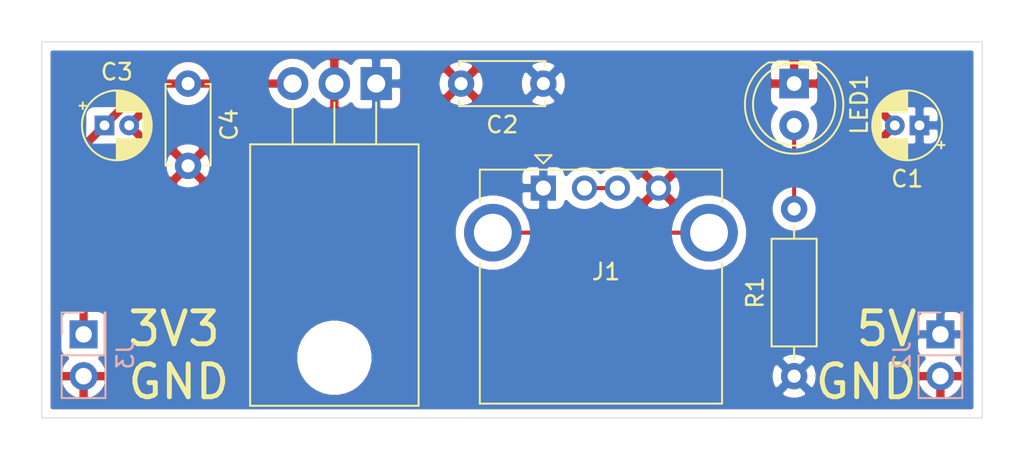
<source format=kicad_pcb>
(kicad_pcb (version 20171130) (host pcbnew "(5.1.8-0-10_14)")

  (general
    (thickness 1.6)
    (drawings 7)
    (tracks 8)
    (zones 0)
    (modules 10)
    (nets 7)
  )

  (page A4)
  (layers
    (0 F.Cu signal)
    (31 B.Cu signal)
    (32 B.Adhes user hide)
    (33 F.Adhes user hide)
    (34 B.Paste user hide)
    (35 F.Paste user hide)
    (36 B.SilkS user)
    (37 F.SilkS user)
    (38 B.Mask user hide)
    (39 F.Mask user hide)
    (40 Dwgs.User user hide)
    (41 Cmts.User user hide)
    (42 Eco1.User user hide)
    (43 Eco2.User user hide)
    (44 Edge.Cuts user)
    (45 Margin user hide)
    (46 B.CrtYd user hide)
    (47 F.CrtYd user hide)
    (48 B.Fab user hide)
    (49 F.Fab user hide)
  )

  (setup
    (last_trace_width 0.25)
    (trace_clearance 0.2)
    (zone_clearance 0.508)
    (zone_45_only no)
    (trace_min 0.2)
    (via_size 0.8)
    (via_drill 0.4)
    (via_min_size 0.4)
    (via_min_drill 0.3)
    (uvia_size 0.3)
    (uvia_drill 0.1)
    (uvias_allowed no)
    (uvia_min_size 0.2)
    (uvia_min_drill 0.1)
    (edge_width 0.05)
    (segment_width 0.2)
    (pcb_text_width 0.3)
    (pcb_text_size 1.5 1.5)
    (mod_edge_width 0.12)
    (mod_text_size 1 1)
    (mod_text_width 0.15)
    (pad_size 1.524 1.524)
    (pad_drill 0.762)
    (pad_to_mask_clearance 0)
    (aux_axis_origin 0 0)
    (visible_elements FFFFFF7F)
    (pcbplotparams
      (layerselection 0x010f0_ffffffff)
      (usegerberextensions false)
      (usegerberattributes true)
      (usegerberadvancedattributes true)
      (creategerberjobfile true)
      (excludeedgelayer true)
      (linewidth 0.100000)
      (plotframeref false)
      (viasonmask false)
      (mode 1)
      (useauxorigin false)
      (hpglpennumber 1)
      (hpglpenspeed 20)
      (hpglpendiameter 15.000000)
      (psnegative false)
      (psa4output false)
      (plotreference true)
      (plotvalue false)
      (plotinvisibletext false)
      (padsonsilk false)
      (subtractmaskfromsilk false)
      (outputformat 1)
      (mirror false)
      (drillshape 0)
      (scaleselection 1)
      (outputdirectory "gerber/"))
  )

  (net 0 "")
  (net 1 +5V)
  (net 2 GND)
  (net 3 "Net-(J1-Pad5)")
  (net 4 "Net-(J1-Pad2)")
  (net 5 "Net-(C3-Pad1)")
  (net 6 "Net-(LED1-Pad2)")

  (net_class Default "This is the default net class."
    (clearance 0.2)
    (trace_width 0.25)
    (via_dia 0.8)
    (via_drill 0.4)
    (uvia_dia 0.3)
    (uvia_drill 0.1)
    (add_net +5V)
    (add_net GND)
    (add_net "Net-(C3-Pad1)")
    (add_net "Net-(J1-Pad2)")
    (add_net "Net-(J1-Pad5)")
    (add_net "Net-(LED1-Pad2)")
  )

  (module Capacitor_THT:CP_Radial_D4.0mm_P1.50mm (layer F.Cu) (tedit 5AE50EF0) (tstamp 5FBFF5B6)
    (at 191.77 48.26 180)
    (descr "CP, Radial series, Radial, pin pitch=1.50mm, , diameter=4mm, Electrolytic Capacitor")
    (tags "CP Radial series Radial pin pitch 1.50mm  diameter 4mm Electrolytic Capacitor")
    (path /5FBFF79F)
    (fp_text reference C1 (at 0.75 -3.25) (layer F.SilkS)
      (effects (font (size 1 1) (thickness 0.15)))
    )
    (fp_text value 100u (at 0.75 3.25) (layer F.Fab)
      (effects (font (size 1 1) (thickness 0.15)))
    )
    (fp_circle (center 0.75 0) (end 2.75 0) (layer F.Fab) (width 0.1))
    (fp_circle (center 0.75 0) (end 2.87 0) (layer F.SilkS) (width 0.12))
    (fp_circle (center 0.75 0) (end 3 0) (layer F.CrtYd) (width 0.05))
    (fp_line (start -0.952554 -0.8675) (end -0.552554 -0.8675) (layer F.Fab) (width 0.1))
    (fp_line (start -0.752554 -1.0675) (end -0.752554 -0.6675) (layer F.Fab) (width 0.1))
    (fp_line (start 0.75 0.84) (end 0.75 2.08) (layer F.SilkS) (width 0.12))
    (fp_line (start 0.75 -2.08) (end 0.75 -0.84) (layer F.SilkS) (width 0.12))
    (fp_line (start 0.79 0.84) (end 0.79 2.08) (layer F.SilkS) (width 0.12))
    (fp_line (start 0.79 -2.08) (end 0.79 -0.84) (layer F.SilkS) (width 0.12))
    (fp_line (start 0.83 0.84) (end 0.83 2.079) (layer F.SilkS) (width 0.12))
    (fp_line (start 0.83 -2.079) (end 0.83 -0.84) (layer F.SilkS) (width 0.12))
    (fp_line (start 0.87 -2.077) (end 0.87 -0.84) (layer F.SilkS) (width 0.12))
    (fp_line (start 0.87 0.84) (end 0.87 2.077) (layer F.SilkS) (width 0.12))
    (fp_line (start 0.91 -2.074) (end 0.91 -0.84) (layer F.SilkS) (width 0.12))
    (fp_line (start 0.91 0.84) (end 0.91 2.074) (layer F.SilkS) (width 0.12))
    (fp_line (start 0.95 -2.071) (end 0.95 -0.84) (layer F.SilkS) (width 0.12))
    (fp_line (start 0.95 0.84) (end 0.95 2.071) (layer F.SilkS) (width 0.12))
    (fp_line (start 0.99 -2.067) (end 0.99 -0.84) (layer F.SilkS) (width 0.12))
    (fp_line (start 0.99 0.84) (end 0.99 2.067) (layer F.SilkS) (width 0.12))
    (fp_line (start 1.03 -2.062) (end 1.03 -0.84) (layer F.SilkS) (width 0.12))
    (fp_line (start 1.03 0.84) (end 1.03 2.062) (layer F.SilkS) (width 0.12))
    (fp_line (start 1.07 -2.056) (end 1.07 -0.84) (layer F.SilkS) (width 0.12))
    (fp_line (start 1.07 0.84) (end 1.07 2.056) (layer F.SilkS) (width 0.12))
    (fp_line (start 1.11 -2.05) (end 1.11 -0.84) (layer F.SilkS) (width 0.12))
    (fp_line (start 1.11 0.84) (end 1.11 2.05) (layer F.SilkS) (width 0.12))
    (fp_line (start 1.15 -2.042) (end 1.15 -0.84) (layer F.SilkS) (width 0.12))
    (fp_line (start 1.15 0.84) (end 1.15 2.042) (layer F.SilkS) (width 0.12))
    (fp_line (start 1.19 -2.034) (end 1.19 -0.84) (layer F.SilkS) (width 0.12))
    (fp_line (start 1.19 0.84) (end 1.19 2.034) (layer F.SilkS) (width 0.12))
    (fp_line (start 1.23 -2.025) (end 1.23 -0.84) (layer F.SilkS) (width 0.12))
    (fp_line (start 1.23 0.84) (end 1.23 2.025) (layer F.SilkS) (width 0.12))
    (fp_line (start 1.27 -2.016) (end 1.27 -0.84) (layer F.SilkS) (width 0.12))
    (fp_line (start 1.27 0.84) (end 1.27 2.016) (layer F.SilkS) (width 0.12))
    (fp_line (start 1.31 -2.005) (end 1.31 -0.84) (layer F.SilkS) (width 0.12))
    (fp_line (start 1.31 0.84) (end 1.31 2.005) (layer F.SilkS) (width 0.12))
    (fp_line (start 1.35 -1.994) (end 1.35 -0.84) (layer F.SilkS) (width 0.12))
    (fp_line (start 1.35 0.84) (end 1.35 1.994) (layer F.SilkS) (width 0.12))
    (fp_line (start 1.39 -1.982) (end 1.39 -0.84) (layer F.SilkS) (width 0.12))
    (fp_line (start 1.39 0.84) (end 1.39 1.982) (layer F.SilkS) (width 0.12))
    (fp_line (start 1.43 -1.968) (end 1.43 -0.84) (layer F.SilkS) (width 0.12))
    (fp_line (start 1.43 0.84) (end 1.43 1.968) (layer F.SilkS) (width 0.12))
    (fp_line (start 1.471 -1.954) (end 1.471 -0.84) (layer F.SilkS) (width 0.12))
    (fp_line (start 1.471 0.84) (end 1.471 1.954) (layer F.SilkS) (width 0.12))
    (fp_line (start 1.511 -1.94) (end 1.511 -0.84) (layer F.SilkS) (width 0.12))
    (fp_line (start 1.511 0.84) (end 1.511 1.94) (layer F.SilkS) (width 0.12))
    (fp_line (start 1.551 -1.924) (end 1.551 -0.84) (layer F.SilkS) (width 0.12))
    (fp_line (start 1.551 0.84) (end 1.551 1.924) (layer F.SilkS) (width 0.12))
    (fp_line (start 1.591 -1.907) (end 1.591 -0.84) (layer F.SilkS) (width 0.12))
    (fp_line (start 1.591 0.84) (end 1.591 1.907) (layer F.SilkS) (width 0.12))
    (fp_line (start 1.631 -1.889) (end 1.631 -0.84) (layer F.SilkS) (width 0.12))
    (fp_line (start 1.631 0.84) (end 1.631 1.889) (layer F.SilkS) (width 0.12))
    (fp_line (start 1.671 -1.87) (end 1.671 -0.84) (layer F.SilkS) (width 0.12))
    (fp_line (start 1.671 0.84) (end 1.671 1.87) (layer F.SilkS) (width 0.12))
    (fp_line (start 1.711 -1.851) (end 1.711 -0.84) (layer F.SilkS) (width 0.12))
    (fp_line (start 1.711 0.84) (end 1.711 1.851) (layer F.SilkS) (width 0.12))
    (fp_line (start 1.751 -1.83) (end 1.751 -0.84) (layer F.SilkS) (width 0.12))
    (fp_line (start 1.751 0.84) (end 1.751 1.83) (layer F.SilkS) (width 0.12))
    (fp_line (start 1.791 -1.808) (end 1.791 -0.84) (layer F.SilkS) (width 0.12))
    (fp_line (start 1.791 0.84) (end 1.791 1.808) (layer F.SilkS) (width 0.12))
    (fp_line (start 1.831 -1.785) (end 1.831 -0.84) (layer F.SilkS) (width 0.12))
    (fp_line (start 1.831 0.84) (end 1.831 1.785) (layer F.SilkS) (width 0.12))
    (fp_line (start 1.871 -1.76) (end 1.871 -0.84) (layer F.SilkS) (width 0.12))
    (fp_line (start 1.871 0.84) (end 1.871 1.76) (layer F.SilkS) (width 0.12))
    (fp_line (start 1.911 -1.735) (end 1.911 -0.84) (layer F.SilkS) (width 0.12))
    (fp_line (start 1.911 0.84) (end 1.911 1.735) (layer F.SilkS) (width 0.12))
    (fp_line (start 1.951 -1.708) (end 1.951 -0.84) (layer F.SilkS) (width 0.12))
    (fp_line (start 1.951 0.84) (end 1.951 1.708) (layer F.SilkS) (width 0.12))
    (fp_line (start 1.991 -1.68) (end 1.991 -0.84) (layer F.SilkS) (width 0.12))
    (fp_line (start 1.991 0.84) (end 1.991 1.68) (layer F.SilkS) (width 0.12))
    (fp_line (start 2.031 -1.65) (end 2.031 -0.84) (layer F.SilkS) (width 0.12))
    (fp_line (start 2.031 0.84) (end 2.031 1.65) (layer F.SilkS) (width 0.12))
    (fp_line (start 2.071 -1.619) (end 2.071 -0.84) (layer F.SilkS) (width 0.12))
    (fp_line (start 2.071 0.84) (end 2.071 1.619) (layer F.SilkS) (width 0.12))
    (fp_line (start 2.111 -1.587) (end 2.111 -0.84) (layer F.SilkS) (width 0.12))
    (fp_line (start 2.111 0.84) (end 2.111 1.587) (layer F.SilkS) (width 0.12))
    (fp_line (start 2.151 -1.552) (end 2.151 -0.84) (layer F.SilkS) (width 0.12))
    (fp_line (start 2.151 0.84) (end 2.151 1.552) (layer F.SilkS) (width 0.12))
    (fp_line (start 2.191 -1.516) (end 2.191 -0.84) (layer F.SilkS) (width 0.12))
    (fp_line (start 2.191 0.84) (end 2.191 1.516) (layer F.SilkS) (width 0.12))
    (fp_line (start 2.231 -1.478) (end 2.231 -0.84) (layer F.SilkS) (width 0.12))
    (fp_line (start 2.231 0.84) (end 2.231 1.478) (layer F.SilkS) (width 0.12))
    (fp_line (start 2.271 -1.438) (end 2.271 -0.84) (layer F.SilkS) (width 0.12))
    (fp_line (start 2.271 0.84) (end 2.271 1.438) (layer F.SilkS) (width 0.12))
    (fp_line (start 2.311 -1.396) (end 2.311 -0.84) (layer F.SilkS) (width 0.12))
    (fp_line (start 2.311 0.84) (end 2.311 1.396) (layer F.SilkS) (width 0.12))
    (fp_line (start 2.351 -1.351) (end 2.351 1.351) (layer F.SilkS) (width 0.12))
    (fp_line (start 2.391 -1.304) (end 2.391 1.304) (layer F.SilkS) (width 0.12))
    (fp_line (start 2.431 -1.254) (end 2.431 1.254) (layer F.SilkS) (width 0.12))
    (fp_line (start 2.471 -1.2) (end 2.471 1.2) (layer F.SilkS) (width 0.12))
    (fp_line (start 2.511 -1.142) (end 2.511 1.142) (layer F.SilkS) (width 0.12))
    (fp_line (start 2.551 -1.08) (end 2.551 1.08) (layer F.SilkS) (width 0.12))
    (fp_line (start 2.591 -1.013) (end 2.591 1.013) (layer F.SilkS) (width 0.12))
    (fp_line (start 2.631 -0.94) (end 2.631 0.94) (layer F.SilkS) (width 0.12))
    (fp_line (start 2.671 -0.859) (end 2.671 0.859) (layer F.SilkS) (width 0.12))
    (fp_line (start 2.711 -0.768) (end 2.711 0.768) (layer F.SilkS) (width 0.12))
    (fp_line (start 2.751 -0.664) (end 2.751 0.664) (layer F.SilkS) (width 0.12))
    (fp_line (start 2.791 -0.537) (end 2.791 0.537) (layer F.SilkS) (width 0.12))
    (fp_line (start 2.831 -0.37) (end 2.831 0.37) (layer F.SilkS) (width 0.12))
    (fp_line (start -1.519801 -1.195) (end -1.119801 -1.195) (layer F.SilkS) (width 0.12))
    (fp_line (start -1.319801 -1.395) (end -1.319801 -0.995) (layer F.SilkS) (width 0.12))
    (fp_text user %R (at 0.75 0) (layer F.Fab)
      (effects (font (size 0.8 0.8) (thickness 0.12)))
    )
    (pad 1 thru_hole rect (at 0 0 180) (size 1.2 1.2) (drill 0.6) (layers *.Cu *.Mask)
      (net 1 +5V))
    (pad 2 thru_hole circle (at 1.5 0 180) (size 1.2 1.2) (drill 0.6) (layers *.Cu *.Mask)
      (net 2 GND))
    (model ${KISYS3DMOD}/Capacitor_THT.3dshapes/CP_Radial_D4.0mm_P1.50mm.wrl
      (at (xyz 0 0 0))
      (scale (xyz 1 1 1))
      (rotate (xyz 0 0 0))
    )
  )

  (module Connector_USB:USB_A_CONNFLY_DS1095-WNR0 (layer F.Cu) (tedit 5E39FFBD) (tstamp 5FBFF5D3)
    (at 168.91 52.07)
    (descr http://www.connfly.com/userfiles/image/UpLoadFile/File/2013/5/6/DS1095.pdf)
    (tags "USB-A receptacle horizontal through-hole")
    (path /5FBFE8A1)
    (fp_text reference J1 (at 3.81 5.08) (layer F.SilkS)
      (effects (font (size 1 1) (thickness 0.15)))
    )
    (fp_text value USB_A (at 3.5 7) (layer F.Fab)
      (effects (font (size 1 1) (thickness 0.15)))
    )
    (fp_line (start -3.75 -0.13) (end -3.75 12.99) (layer F.Fab) (width 0.1))
    (fp_line (start 10.75 -1.01) (end 10.75 12.99) (layer F.Fab) (width 0.1))
    (fp_line (start -2.87 -1.01) (end 10.75 -1.01) (layer F.Fab) (width 0.1))
    (fp_line (start -3.75 12.99) (end 10.75 12.99) (layer F.Fab) (width 0.1))
    (fp_line (start -2.87 -1.01) (end -3.75 -0.13) (layer F.Fab) (width 0.1))
    (fp_line (start -5.32 -1.51) (end -5.32 13.49) (layer F.CrtYd) (width 0.05))
    (fp_line (start 12.32 13.49) (end -5.32 13.49) (layer F.CrtYd) (width 0.05))
    (fp_line (start 12.32 -1.51) (end 12.32 13.49) (layer F.CrtYd) (width 0.05))
    (fp_line (start -5.32 -1.51) (end 12.32 -1.51) (layer F.CrtYd) (width 0.05))
    (fp_line (start -3.86 4.56) (end -3.86 13.1) (layer F.SilkS) (width 0.12))
    (fp_line (start -3.86 13.1) (end 10.86 13.1) (layer F.SilkS) (width 0.12))
    (fp_line (start 10.86 4.56) (end 10.86 13.1) (layer F.SilkS) (width 0.12))
    (fp_line (start -3.86 -1.12) (end 10.86 -1.12) (layer F.SilkS) (width 0.12))
    (fp_line (start -3.86 -1.12) (end -3.86 0.86) (layer F.SilkS) (width 0.12))
    (fp_line (start 10.86 0.86) (end 10.86 -1.12) (layer F.SilkS) (width 0.12))
    (fp_line (start -0.5 -2) (end 0 -1.5) (layer F.SilkS) (width 0.12))
    (fp_line (start 0 -1.5) (end 0.5 -2) (layer F.SilkS) (width 0.12))
    (fp_line (start 0.5 -2) (end -0.5 -2) (layer F.SilkS) (width 0.12))
    (fp_text user %R (at 3.5 5) (layer F.Fab)
      (effects (font (size 1 1) (thickness 0.15)))
    )
    (pad 5 thru_hole circle (at 10.07 2.71) (size 3.5 3.5) (drill 2.3) (layers *.Cu *.Mask)
      (net 3 "Net-(J1-Pad5)"))
    (pad 5 thru_hole circle (at -3.07 2.71) (size 3.5 3.5) (drill 2.3) (layers *.Cu *.Mask)
      (net 3 "Net-(J1-Pad5)"))
    (pad 1 thru_hole rect (at 0 0) (size 1.524 1.524) (drill 0.92) (layers *.Cu *.Mask)
      (net 1 +5V))
    (pad 2 thru_hole circle (at 2.5 0) (size 1.524 1.524) (drill 0.92) (layers *.Cu *.Mask)
      (net 4 "Net-(J1-Pad2)"))
    (pad 3 thru_hole circle (at 4.5 0) (size 1.524 1.524) (drill 0.92) (layers *.Cu *.Mask)
      (net 4 "Net-(J1-Pad2)"))
    (pad 4 thru_hole circle (at 7 0) (size 1.524 1.524) (drill 0.92) (layers *.Cu *.Mask)
      (net 2 GND))
    (model ${KISYS3DMOD}/Connector_USB.3dshapes/USB_A_CONNFLY_DS1095-WNR0.wrl
      (at (xyz 0 0 0))
      (scale (xyz 1 1 1))
      (rotate (xyz 0 0 0))
    )
  )

  (module Connector_PinHeader_2.54mm:PinHeader_2x01_P2.54mm_Vertical (layer B.Cu) (tedit 59FED5CC) (tstamp 5FBFF5EB)
    (at 193.04 60.96 270)
    (descr "Through hole straight pin header, 2x01, 2.54mm pitch, double rows")
    (tags "Through hole pin header THT 2x01 2.54mm double row")
    (path /5FC017FB)
    (fp_text reference J2 (at 1.27 2.33 270) (layer B.SilkS)
      (effects (font (size 1 1) (thickness 0.15)) (justify mirror))
    )
    (fp_text value Conn_01x02_Male (at 1.27 -2.33 270) (layer B.Fab)
      (effects (font (size 1 1) (thickness 0.15)) (justify mirror))
    )
    (fp_line (start 0 1.27) (end 3.81 1.27) (layer B.Fab) (width 0.1))
    (fp_line (start 3.81 1.27) (end 3.81 -1.27) (layer B.Fab) (width 0.1))
    (fp_line (start 3.81 -1.27) (end -1.27 -1.27) (layer B.Fab) (width 0.1))
    (fp_line (start -1.27 -1.27) (end -1.27 0) (layer B.Fab) (width 0.1))
    (fp_line (start -1.27 0) (end 0 1.27) (layer B.Fab) (width 0.1))
    (fp_line (start -1.33 -1.33) (end 3.87 -1.33) (layer B.SilkS) (width 0.12))
    (fp_line (start -1.33 -1.27) (end -1.33 -1.33) (layer B.SilkS) (width 0.12))
    (fp_line (start 3.87 1.33) (end 3.87 -1.33) (layer B.SilkS) (width 0.12))
    (fp_line (start -1.33 -1.27) (end 1.27 -1.27) (layer B.SilkS) (width 0.12))
    (fp_line (start 1.27 -1.27) (end 1.27 1.33) (layer B.SilkS) (width 0.12))
    (fp_line (start 1.27 1.33) (end 3.87 1.33) (layer B.SilkS) (width 0.12))
    (fp_line (start -1.33 0) (end -1.33 1.33) (layer B.SilkS) (width 0.12))
    (fp_line (start -1.33 1.33) (end 0 1.33) (layer B.SilkS) (width 0.12))
    (fp_line (start -1.8 1.8) (end -1.8 -1.8) (layer B.CrtYd) (width 0.05))
    (fp_line (start -1.8 -1.8) (end 4.35 -1.8) (layer B.CrtYd) (width 0.05))
    (fp_line (start 4.35 -1.8) (end 4.35 1.8) (layer B.CrtYd) (width 0.05))
    (fp_line (start 4.35 1.8) (end -1.8 1.8) (layer B.CrtYd) (width 0.05))
    (fp_text user %R (at 1.27 0) (layer B.Fab)
      (effects (font (size 1 1) (thickness 0.15)) (justify mirror))
    )
    (pad 1 thru_hole rect (at 0 0 270) (size 1.7 1.7) (drill 1) (layers *.Cu *.Mask)
      (net 1 +5V))
    (pad 2 thru_hole oval (at 2.54 0 270) (size 1.7 1.7) (drill 1) (layers *.Cu *.Mask)
      (net 2 GND))
    (model ${KISYS3DMOD}/Connector_PinHeader_2.54mm.3dshapes/PinHeader_2x01_P2.54mm_Vertical.wrl
      (at (xyz 0 0 0))
      (scale (xyz 1 1 1))
      (rotate (xyz 0 0 0))
    )
  )

  (module Capacitor_THT:C_Disc_D5.0mm_W2.5mm_P5.00mm (layer F.Cu) (tedit 5AE50EF0) (tstamp 5FC083C6)
    (at 168.91 45.72 180)
    (descr "C, Disc series, Radial, pin pitch=5.00mm, , diameter*width=5*2.5mm^2, Capacitor, http://cdn-reichelt.de/documents/datenblatt/B300/DS_KERKO_TC.pdf")
    (tags "C Disc series Radial pin pitch 5.00mm  diameter 5mm width 2.5mm Capacitor")
    (path /5FC04309)
    (fp_text reference C2 (at 2.5 -2.5) (layer F.SilkS)
      (effects (font (size 1 1) (thickness 0.15)))
    )
    (fp_text value 0.1u (at 2.5 2.5) (layer F.Fab)
      (effects (font (size 1 1) (thickness 0.15)))
    )
    (fp_line (start 6.05 -1.5) (end -1.05 -1.5) (layer F.CrtYd) (width 0.05))
    (fp_line (start 6.05 1.5) (end 6.05 -1.5) (layer F.CrtYd) (width 0.05))
    (fp_line (start -1.05 1.5) (end 6.05 1.5) (layer F.CrtYd) (width 0.05))
    (fp_line (start -1.05 -1.5) (end -1.05 1.5) (layer F.CrtYd) (width 0.05))
    (fp_line (start 5.12 1.055) (end 5.12 1.37) (layer F.SilkS) (width 0.12))
    (fp_line (start 5.12 -1.37) (end 5.12 -1.055) (layer F.SilkS) (width 0.12))
    (fp_line (start -0.12 1.055) (end -0.12 1.37) (layer F.SilkS) (width 0.12))
    (fp_line (start -0.12 -1.37) (end -0.12 -1.055) (layer F.SilkS) (width 0.12))
    (fp_line (start -0.12 1.37) (end 5.12 1.37) (layer F.SilkS) (width 0.12))
    (fp_line (start -0.12 -1.37) (end 5.12 -1.37) (layer F.SilkS) (width 0.12))
    (fp_line (start 5 -1.25) (end 0 -1.25) (layer F.Fab) (width 0.1))
    (fp_line (start 5 1.25) (end 5 -1.25) (layer F.Fab) (width 0.1))
    (fp_line (start 0 1.25) (end 5 1.25) (layer F.Fab) (width 0.1))
    (fp_line (start 0 -1.25) (end 0 1.25) (layer F.Fab) (width 0.1))
    (fp_text user %R (at 2.5 0) (layer F.Fab)
      (effects (font (size 1 1) (thickness 0.15)))
    )
    (pad 1 thru_hole circle (at 0 0 180) (size 1.6 1.6) (drill 0.8) (layers *.Cu *.Mask)
      (net 1 +5V))
    (pad 2 thru_hole circle (at 5 0 180) (size 1.6 1.6) (drill 0.8) (layers *.Cu *.Mask)
      (net 2 GND))
    (model ${KISYS3DMOD}/Capacitor_THT.3dshapes/C_Disc_D5.0mm_W2.5mm_P5.00mm.wrl
      (at (xyz 0 0 0))
      (scale (xyz 1 1 1))
      (rotate (xyz 0 0 0))
    )
  )

  (module Capacitor_THT:CP_Radial_D4.0mm_P1.50mm (layer F.Cu) (tedit 5AE50EF0) (tstamp 5FC0797A)
    (at 142.24 48.26)
    (descr "CP, Radial series, Radial, pin pitch=1.50mm, , diameter=4mm, Electrolytic Capacitor")
    (tags "CP Radial series Radial pin pitch 1.50mm  diameter 4mm Electrolytic Capacitor")
    (path /5FC08F0C)
    (fp_text reference C3 (at 0.75 -3.25) (layer F.SilkS)
      (effects (font (size 1 1) (thickness 0.15)))
    )
    (fp_text value 10u (at 0.75 3.25) (layer F.Fab)
      (effects (font (size 1 1) (thickness 0.15)))
    )
    (fp_line (start -1.319801 -1.395) (end -1.319801 -0.995) (layer F.SilkS) (width 0.12))
    (fp_line (start -1.519801 -1.195) (end -1.119801 -1.195) (layer F.SilkS) (width 0.12))
    (fp_line (start 2.831 -0.37) (end 2.831 0.37) (layer F.SilkS) (width 0.12))
    (fp_line (start 2.791 -0.537) (end 2.791 0.537) (layer F.SilkS) (width 0.12))
    (fp_line (start 2.751 -0.664) (end 2.751 0.664) (layer F.SilkS) (width 0.12))
    (fp_line (start 2.711 -0.768) (end 2.711 0.768) (layer F.SilkS) (width 0.12))
    (fp_line (start 2.671 -0.859) (end 2.671 0.859) (layer F.SilkS) (width 0.12))
    (fp_line (start 2.631 -0.94) (end 2.631 0.94) (layer F.SilkS) (width 0.12))
    (fp_line (start 2.591 -1.013) (end 2.591 1.013) (layer F.SilkS) (width 0.12))
    (fp_line (start 2.551 -1.08) (end 2.551 1.08) (layer F.SilkS) (width 0.12))
    (fp_line (start 2.511 -1.142) (end 2.511 1.142) (layer F.SilkS) (width 0.12))
    (fp_line (start 2.471 -1.2) (end 2.471 1.2) (layer F.SilkS) (width 0.12))
    (fp_line (start 2.431 -1.254) (end 2.431 1.254) (layer F.SilkS) (width 0.12))
    (fp_line (start 2.391 -1.304) (end 2.391 1.304) (layer F.SilkS) (width 0.12))
    (fp_line (start 2.351 -1.351) (end 2.351 1.351) (layer F.SilkS) (width 0.12))
    (fp_line (start 2.311 0.84) (end 2.311 1.396) (layer F.SilkS) (width 0.12))
    (fp_line (start 2.311 -1.396) (end 2.311 -0.84) (layer F.SilkS) (width 0.12))
    (fp_line (start 2.271 0.84) (end 2.271 1.438) (layer F.SilkS) (width 0.12))
    (fp_line (start 2.271 -1.438) (end 2.271 -0.84) (layer F.SilkS) (width 0.12))
    (fp_line (start 2.231 0.84) (end 2.231 1.478) (layer F.SilkS) (width 0.12))
    (fp_line (start 2.231 -1.478) (end 2.231 -0.84) (layer F.SilkS) (width 0.12))
    (fp_line (start 2.191 0.84) (end 2.191 1.516) (layer F.SilkS) (width 0.12))
    (fp_line (start 2.191 -1.516) (end 2.191 -0.84) (layer F.SilkS) (width 0.12))
    (fp_line (start 2.151 0.84) (end 2.151 1.552) (layer F.SilkS) (width 0.12))
    (fp_line (start 2.151 -1.552) (end 2.151 -0.84) (layer F.SilkS) (width 0.12))
    (fp_line (start 2.111 0.84) (end 2.111 1.587) (layer F.SilkS) (width 0.12))
    (fp_line (start 2.111 -1.587) (end 2.111 -0.84) (layer F.SilkS) (width 0.12))
    (fp_line (start 2.071 0.84) (end 2.071 1.619) (layer F.SilkS) (width 0.12))
    (fp_line (start 2.071 -1.619) (end 2.071 -0.84) (layer F.SilkS) (width 0.12))
    (fp_line (start 2.031 0.84) (end 2.031 1.65) (layer F.SilkS) (width 0.12))
    (fp_line (start 2.031 -1.65) (end 2.031 -0.84) (layer F.SilkS) (width 0.12))
    (fp_line (start 1.991 0.84) (end 1.991 1.68) (layer F.SilkS) (width 0.12))
    (fp_line (start 1.991 -1.68) (end 1.991 -0.84) (layer F.SilkS) (width 0.12))
    (fp_line (start 1.951 0.84) (end 1.951 1.708) (layer F.SilkS) (width 0.12))
    (fp_line (start 1.951 -1.708) (end 1.951 -0.84) (layer F.SilkS) (width 0.12))
    (fp_line (start 1.911 0.84) (end 1.911 1.735) (layer F.SilkS) (width 0.12))
    (fp_line (start 1.911 -1.735) (end 1.911 -0.84) (layer F.SilkS) (width 0.12))
    (fp_line (start 1.871 0.84) (end 1.871 1.76) (layer F.SilkS) (width 0.12))
    (fp_line (start 1.871 -1.76) (end 1.871 -0.84) (layer F.SilkS) (width 0.12))
    (fp_line (start 1.831 0.84) (end 1.831 1.785) (layer F.SilkS) (width 0.12))
    (fp_line (start 1.831 -1.785) (end 1.831 -0.84) (layer F.SilkS) (width 0.12))
    (fp_line (start 1.791 0.84) (end 1.791 1.808) (layer F.SilkS) (width 0.12))
    (fp_line (start 1.791 -1.808) (end 1.791 -0.84) (layer F.SilkS) (width 0.12))
    (fp_line (start 1.751 0.84) (end 1.751 1.83) (layer F.SilkS) (width 0.12))
    (fp_line (start 1.751 -1.83) (end 1.751 -0.84) (layer F.SilkS) (width 0.12))
    (fp_line (start 1.711 0.84) (end 1.711 1.851) (layer F.SilkS) (width 0.12))
    (fp_line (start 1.711 -1.851) (end 1.711 -0.84) (layer F.SilkS) (width 0.12))
    (fp_line (start 1.671 0.84) (end 1.671 1.87) (layer F.SilkS) (width 0.12))
    (fp_line (start 1.671 -1.87) (end 1.671 -0.84) (layer F.SilkS) (width 0.12))
    (fp_line (start 1.631 0.84) (end 1.631 1.889) (layer F.SilkS) (width 0.12))
    (fp_line (start 1.631 -1.889) (end 1.631 -0.84) (layer F.SilkS) (width 0.12))
    (fp_line (start 1.591 0.84) (end 1.591 1.907) (layer F.SilkS) (width 0.12))
    (fp_line (start 1.591 -1.907) (end 1.591 -0.84) (layer F.SilkS) (width 0.12))
    (fp_line (start 1.551 0.84) (end 1.551 1.924) (layer F.SilkS) (width 0.12))
    (fp_line (start 1.551 -1.924) (end 1.551 -0.84) (layer F.SilkS) (width 0.12))
    (fp_line (start 1.511 0.84) (end 1.511 1.94) (layer F.SilkS) (width 0.12))
    (fp_line (start 1.511 -1.94) (end 1.511 -0.84) (layer F.SilkS) (width 0.12))
    (fp_line (start 1.471 0.84) (end 1.471 1.954) (layer F.SilkS) (width 0.12))
    (fp_line (start 1.471 -1.954) (end 1.471 -0.84) (layer F.SilkS) (width 0.12))
    (fp_line (start 1.43 0.84) (end 1.43 1.968) (layer F.SilkS) (width 0.12))
    (fp_line (start 1.43 -1.968) (end 1.43 -0.84) (layer F.SilkS) (width 0.12))
    (fp_line (start 1.39 0.84) (end 1.39 1.982) (layer F.SilkS) (width 0.12))
    (fp_line (start 1.39 -1.982) (end 1.39 -0.84) (layer F.SilkS) (width 0.12))
    (fp_line (start 1.35 0.84) (end 1.35 1.994) (layer F.SilkS) (width 0.12))
    (fp_line (start 1.35 -1.994) (end 1.35 -0.84) (layer F.SilkS) (width 0.12))
    (fp_line (start 1.31 0.84) (end 1.31 2.005) (layer F.SilkS) (width 0.12))
    (fp_line (start 1.31 -2.005) (end 1.31 -0.84) (layer F.SilkS) (width 0.12))
    (fp_line (start 1.27 0.84) (end 1.27 2.016) (layer F.SilkS) (width 0.12))
    (fp_line (start 1.27 -2.016) (end 1.27 -0.84) (layer F.SilkS) (width 0.12))
    (fp_line (start 1.23 0.84) (end 1.23 2.025) (layer F.SilkS) (width 0.12))
    (fp_line (start 1.23 -2.025) (end 1.23 -0.84) (layer F.SilkS) (width 0.12))
    (fp_line (start 1.19 0.84) (end 1.19 2.034) (layer F.SilkS) (width 0.12))
    (fp_line (start 1.19 -2.034) (end 1.19 -0.84) (layer F.SilkS) (width 0.12))
    (fp_line (start 1.15 0.84) (end 1.15 2.042) (layer F.SilkS) (width 0.12))
    (fp_line (start 1.15 -2.042) (end 1.15 -0.84) (layer F.SilkS) (width 0.12))
    (fp_line (start 1.11 0.84) (end 1.11 2.05) (layer F.SilkS) (width 0.12))
    (fp_line (start 1.11 -2.05) (end 1.11 -0.84) (layer F.SilkS) (width 0.12))
    (fp_line (start 1.07 0.84) (end 1.07 2.056) (layer F.SilkS) (width 0.12))
    (fp_line (start 1.07 -2.056) (end 1.07 -0.84) (layer F.SilkS) (width 0.12))
    (fp_line (start 1.03 0.84) (end 1.03 2.062) (layer F.SilkS) (width 0.12))
    (fp_line (start 1.03 -2.062) (end 1.03 -0.84) (layer F.SilkS) (width 0.12))
    (fp_line (start 0.99 0.84) (end 0.99 2.067) (layer F.SilkS) (width 0.12))
    (fp_line (start 0.99 -2.067) (end 0.99 -0.84) (layer F.SilkS) (width 0.12))
    (fp_line (start 0.95 0.84) (end 0.95 2.071) (layer F.SilkS) (width 0.12))
    (fp_line (start 0.95 -2.071) (end 0.95 -0.84) (layer F.SilkS) (width 0.12))
    (fp_line (start 0.91 0.84) (end 0.91 2.074) (layer F.SilkS) (width 0.12))
    (fp_line (start 0.91 -2.074) (end 0.91 -0.84) (layer F.SilkS) (width 0.12))
    (fp_line (start 0.87 0.84) (end 0.87 2.077) (layer F.SilkS) (width 0.12))
    (fp_line (start 0.87 -2.077) (end 0.87 -0.84) (layer F.SilkS) (width 0.12))
    (fp_line (start 0.83 -2.079) (end 0.83 -0.84) (layer F.SilkS) (width 0.12))
    (fp_line (start 0.83 0.84) (end 0.83 2.079) (layer F.SilkS) (width 0.12))
    (fp_line (start 0.79 -2.08) (end 0.79 -0.84) (layer F.SilkS) (width 0.12))
    (fp_line (start 0.79 0.84) (end 0.79 2.08) (layer F.SilkS) (width 0.12))
    (fp_line (start 0.75 -2.08) (end 0.75 -0.84) (layer F.SilkS) (width 0.12))
    (fp_line (start 0.75 0.84) (end 0.75 2.08) (layer F.SilkS) (width 0.12))
    (fp_line (start -0.752554 -1.0675) (end -0.752554 -0.6675) (layer F.Fab) (width 0.1))
    (fp_line (start -0.952554 -0.8675) (end -0.552554 -0.8675) (layer F.Fab) (width 0.1))
    (fp_circle (center 0.75 0) (end 3 0) (layer F.CrtYd) (width 0.05))
    (fp_circle (center 0.75 0) (end 2.87 0) (layer F.SilkS) (width 0.12))
    (fp_circle (center 0.75 0) (end 2.75 0) (layer F.Fab) (width 0.1))
    (fp_text user %R (at 0.75 0) (layer F.Fab)
      (effects (font (size 0.8 0.8) (thickness 0.12)))
    )
    (pad 1 thru_hole rect (at 0 0) (size 1.2 1.2) (drill 0.6) (layers *.Cu *.Mask)
      (net 5 "Net-(C3-Pad1)"))
    (pad 2 thru_hole circle (at 1.5 0) (size 1.2 1.2) (drill 0.6) (layers *.Cu *.Mask)
      (net 2 GND))
    (model ${KISYS3DMOD}/Capacitor_THT.3dshapes/CP_Radial_D4.0mm_P1.50mm.wrl
      (at (xyz 0 0 0))
      (scale (xyz 1 1 1))
      (rotate (xyz 0 0 0))
    )
  )

  (module Capacitor_THT:C_Disc_D4.7mm_W2.5mm_P5.00mm (layer F.Cu) (tedit 5AE50EF0) (tstamp 5FC085A3)
    (at 147.32 45.72 270)
    (descr "C, Disc series, Radial, pin pitch=5.00mm, , diameter*width=4.7*2.5mm^2, Capacitor, http://www.vishay.com/docs/45233/krseries.pdf")
    (tags "C Disc series Radial pin pitch 5.00mm  diameter 4.7mm width 2.5mm Capacitor")
    (path /5FC1288F)
    (fp_text reference C4 (at 2.5 -2.5 90) (layer F.SilkS)
      (effects (font (size 1 1) (thickness 0.15)))
    )
    (fp_text value C (at 2.5 2.5 90) (layer F.Fab)
      (effects (font (size 1 1) (thickness 0.15)))
    )
    (fp_line (start 6.05 -1.5) (end -1.05 -1.5) (layer F.CrtYd) (width 0.05))
    (fp_line (start 6.05 1.5) (end 6.05 -1.5) (layer F.CrtYd) (width 0.05))
    (fp_line (start -1.05 1.5) (end 6.05 1.5) (layer F.CrtYd) (width 0.05))
    (fp_line (start -1.05 -1.5) (end -1.05 1.5) (layer F.CrtYd) (width 0.05))
    (fp_line (start 4.97 1.055) (end 4.97 1.37) (layer F.SilkS) (width 0.12))
    (fp_line (start 4.97 -1.37) (end 4.97 -1.055) (layer F.SilkS) (width 0.12))
    (fp_line (start 0.03 1.055) (end 0.03 1.37) (layer F.SilkS) (width 0.12))
    (fp_line (start 0.03 -1.37) (end 0.03 -1.055) (layer F.SilkS) (width 0.12))
    (fp_line (start 0.03 1.37) (end 4.97 1.37) (layer F.SilkS) (width 0.12))
    (fp_line (start 0.03 -1.37) (end 4.97 -1.37) (layer F.SilkS) (width 0.12))
    (fp_line (start 4.85 -1.25) (end 0.15 -1.25) (layer F.Fab) (width 0.1))
    (fp_line (start 4.85 1.25) (end 4.85 -1.25) (layer F.Fab) (width 0.1))
    (fp_line (start 0.15 1.25) (end 4.85 1.25) (layer F.Fab) (width 0.1))
    (fp_line (start 0.15 -1.25) (end 0.15 1.25) (layer F.Fab) (width 0.1))
    (fp_text user %R (at 2.5 0 90) (layer F.Fab)
      (effects (font (size 0.94 0.94) (thickness 0.141)))
    )
    (pad 1 thru_hole circle (at 0 0 270) (size 1.6 1.6) (drill 0.8) (layers *.Cu *.Mask)
      (net 5 "Net-(C3-Pad1)"))
    (pad 2 thru_hole circle (at 5 0 270) (size 1.6 1.6) (drill 0.8) (layers *.Cu *.Mask)
      (net 2 GND))
    (model ${KISYS3DMOD}/Capacitor_THT.3dshapes/C_Disc_D4.7mm_W2.5mm_P5.00mm.wrl
      (at (xyz 0 0 0))
      (scale (xyz 1 1 1))
      (rotate (xyz 0 0 0))
    )
  )

  (module Connector_PinHeader_2.54mm:PinHeader_2x01_P2.54mm_Vertical (layer B.Cu) (tedit 59FED5CC) (tstamp 5FC079A7)
    (at 140.97 60.96 270)
    (descr "Through hole straight pin header, 2x01, 2.54mm pitch, double rows")
    (tags "Through hole pin header THT 2x01 2.54mm double row")
    (path /5FC0A161)
    (fp_text reference J3 (at 1.27 -2.54 90) (layer B.SilkS)
      (effects (font (size 1 1) (thickness 0.15)) (justify mirror))
    )
    (fp_text value Conn_01x02_Male (at 1.27 -2.33 90) (layer B.Fab)
      (effects (font (size 1 1) (thickness 0.15)) (justify mirror))
    )
    (fp_line (start 4.35 1.8) (end -1.8 1.8) (layer B.CrtYd) (width 0.05))
    (fp_line (start 4.35 -1.8) (end 4.35 1.8) (layer B.CrtYd) (width 0.05))
    (fp_line (start -1.8 -1.8) (end 4.35 -1.8) (layer B.CrtYd) (width 0.05))
    (fp_line (start -1.8 1.8) (end -1.8 -1.8) (layer B.CrtYd) (width 0.05))
    (fp_line (start -1.33 1.33) (end 0 1.33) (layer B.SilkS) (width 0.12))
    (fp_line (start -1.33 0) (end -1.33 1.33) (layer B.SilkS) (width 0.12))
    (fp_line (start 1.27 1.33) (end 3.87 1.33) (layer B.SilkS) (width 0.12))
    (fp_line (start 1.27 -1.27) (end 1.27 1.33) (layer B.SilkS) (width 0.12))
    (fp_line (start -1.33 -1.27) (end 1.27 -1.27) (layer B.SilkS) (width 0.12))
    (fp_line (start 3.87 1.33) (end 3.87 -1.33) (layer B.SilkS) (width 0.12))
    (fp_line (start -1.33 -1.27) (end -1.33 -1.33) (layer B.SilkS) (width 0.12))
    (fp_line (start -1.33 -1.33) (end 3.87 -1.33) (layer B.SilkS) (width 0.12))
    (fp_line (start -1.27 0) (end 0 1.27) (layer B.Fab) (width 0.1))
    (fp_line (start -1.27 -1.27) (end -1.27 0) (layer B.Fab) (width 0.1))
    (fp_line (start 3.81 -1.27) (end -1.27 -1.27) (layer B.Fab) (width 0.1))
    (fp_line (start 3.81 1.27) (end 3.81 -1.27) (layer B.Fab) (width 0.1))
    (fp_line (start 0 1.27) (end 3.81 1.27) (layer B.Fab) (width 0.1))
    (fp_text user %R (at 1.27 0 180) (layer B.Fab)
      (effects (font (size 1 1) (thickness 0.15)) (justify mirror))
    )
    (pad 1 thru_hole rect (at 0 0 270) (size 1.7 1.7) (drill 1) (layers *.Cu *.Mask)
      (net 5 "Net-(C3-Pad1)"))
    (pad 2 thru_hole oval (at 2.54 0 270) (size 1.7 1.7) (drill 1) (layers *.Cu *.Mask)
      (net 2 GND))
    (model ${KISYS3DMOD}/Connector_PinHeader_2.54mm.3dshapes/PinHeader_2x01_P2.54mm_Vertical.wrl
      (at (xyz 0 0 0))
      (scale (xyz 1 1 1))
      (rotate (xyz 0 0 0))
    )
  )

  (module LED_THT:LED_D5.0mm (layer F.Cu) (tedit 5995936A) (tstamp 5FC079B9)
    (at 184.15 45.72 270)
    (descr "LED, diameter 5.0mm, 2 pins, http://cdn-reichelt.de/documents/datenblatt/A500/LL-504BC2E-009.pdf")
    (tags "LED diameter 5.0mm 2 pins")
    (path /5FC0F86A)
    (fp_text reference LED1 (at 1.27 -3.96 90) (layer F.SilkS)
      (effects (font (size 1 1) (thickness 0.15)))
    )
    (fp_text value PWR (at 1.27 3.96 90) (layer F.Fab)
      (effects (font (size 1 1) (thickness 0.15)))
    )
    (fp_line (start 4.5 -3.25) (end -1.95 -3.25) (layer F.CrtYd) (width 0.05))
    (fp_line (start 4.5 3.25) (end 4.5 -3.25) (layer F.CrtYd) (width 0.05))
    (fp_line (start -1.95 3.25) (end 4.5 3.25) (layer F.CrtYd) (width 0.05))
    (fp_line (start -1.95 -3.25) (end -1.95 3.25) (layer F.CrtYd) (width 0.05))
    (fp_line (start -1.29 -1.545) (end -1.29 1.545) (layer F.SilkS) (width 0.12))
    (fp_line (start -1.23 -1.469694) (end -1.23 1.469694) (layer F.Fab) (width 0.1))
    (fp_circle (center 1.27 0) (end 3.77 0) (layer F.SilkS) (width 0.12))
    (fp_circle (center 1.27 0) (end 3.77 0) (layer F.Fab) (width 0.1))
    (fp_arc (start 1.27 0) (end -1.23 -1.469694) (angle 299.1) (layer F.Fab) (width 0.1))
    (fp_arc (start 1.27 0) (end -1.29 -1.54483) (angle 148.9) (layer F.SilkS) (width 0.12))
    (fp_arc (start 1.27 0) (end -1.29 1.54483) (angle -148.9) (layer F.SilkS) (width 0.12))
    (fp_text user %R (at 1.25 0 90) (layer F.Fab)
      (effects (font (size 0.8 0.8) (thickness 0.2)))
    )
    (pad 1 thru_hole rect (at 0 0 270) (size 1.8 1.8) (drill 0.9) (layers *.Cu *.Mask)
      (net 2 GND))
    (pad 2 thru_hole circle (at 2.54 0 270) (size 1.8 1.8) (drill 0.9) (layers *.Cu *.Mask)
      (net 6 "Net-(LED1-Pad2)"))
    (model ${KISYS3DMOD}/LED_THT.3dshapes/LED_D5.0mm.wrl
      (at (xyz 0 0 0))
      (scale (xyz 1 1 1))
      (rotate (xyz 0 0 0))
    )
  )

  (module Resistor_THT:R_Axial_DIN0207_L6.3mm_D2.5mm_P10.16mm_Horizontal (layer F.Cu) (tedit 5AE5139B) (tstamp 5FC07F5F)
    (at 184.15 63.5 90)
    (descr "Resistor, Axial_DIN0207 series, Axial, Horizontal, pin pitch=10.16mm, 0.25W = 1/4W, length*diameter=6.3*2.5mm^2, http://cdn-reichelt.de/documents/datenblatt/B400/1_4W%23YAG.pdf")
    (tags "Resistor Axial_DIN0207 series Axial Horizontal pin pitch 10.16mm 0.25W = 1/4W length 6.3mm diameter 2.5mm")
    (path /5FC0F0CE)
    (fp_text reference R1 (at 5.08 -2.37 90) (layer F.SilkS)
      (effects (font (size 1 1) (thickness 0.15)))
    )
    (fp_text value 1k (at 5.08 2.37 90) (layer F.Fab)
      (effects (font (size 1 1) (thickness 0.15)))
    )
    (fp_line (start 11.21 -1.5) (end -1.05 -1.5) (layer F.CrtYd) (width 0.05))
    (fp_line (start 11.21 1.5) (end 11.21 -1.5) (layer F.CrtYd) (width 0.05))
    (fp_line (start -1.05 1.5) (end 11.21 1.5) (layer F.CrtYd) (width 0.05))
    (fp_line (start -1.05 -1.5) (end -1.05 1.5) (layer F.CrtYd) (width 0.05))
    (fp_line (start 9.12 0) (end 8.35 0) (layer F.SilkS) (width 0.12))
    (fp_line (start 1.04 0) (end 1.81 0) (layer F.SilkS) (width 0.12))
    (fp_line (start 8.35 -1.37) (end 1.81 -1.37) (layer F.SilkS) (width 0.12))
    (fp_line (start 8.35 1.37) (end 8.35 -1.37) (layer F.SilkS) (width 0.12))
    (fp_line (start 1.81 1.37) (end 8.35 1.37) (layer F.SilkS) (width 0.12))
    (fp_line (start 1.81 -1.37) (end 1.81 1.37) (layer F.SilkS) (width 0.12))
    (fp_line (start 10.16 0) (end 8.23 0) (layer F.Fab) (width 0.1))
    (fp_line (start 0 0) (end 1.93 0) (layer F.Fab) (width 0.1))
    (fp_line (start 8.23 -1.25) (end 1.93 -1.25) (layer F.Fab) (width 0.1))
    (fp_line (start 8.23 1.25) (end 8.23 -1.25) (layer F.Fab) (width 0.1))
    (fp_line (start 1.93 1.25) (end 8.23 1.25) (layer F.Fab) (width 0.1))
    (fp_line (start 1.93 -1.25) (end 1.93 1.25) (layer F.Fab) (width 0.1))
    (fp_text user %R (at 5.08 0 90) (layer F.Fab)
      (effects (font (size 1 1) (thickness 0.15)))
    )
    (pad 1 thru_hole circle (at 0 0 90) (size 1.6 1.6) (drill 0.8) (layers *.Cu *.Mask)
      (net 1 +5V))
    (pad 2 thru_hole oval (at 10.16 0 90) (size 1.6 1.6) (drill 0.8) (layers *.Cu *.Mask)
      (net 6 "Net-(LED1-Pad2)"))
    (model ${KISYS3DMOD}/Resistor_THT.3dshapes/R_Axial_DIN0207_L6.3mm_D2.5mm_P10.16mm_Horizontal.wrl
      (at (xyz 0 0 0))
      (scale (xyz 1 1 1))
      (rotate (xyz 0 0 0))
    )
  )

  (module Package_TO_SOT_THT:TO-220-3_Horizontal_TabDown (layer F.Cu) (tedit 5AC8BA0D) (tstamp 5FC079F0)
    (at 158.75 45.72 180)
    (descr "TO-220-3, Horizontal, RM 2.54mm, see https://www.vishay.com/docs/66542/to-220-1.pdf")
    (tags "TO-220-3 Horizontal RM 2.54mm")
    (path /5FC020A3)
    (fp_text reference U1 (at 2.54 -16.51) (layer F.SilkS)
      (effects (font (size 1 1) (thickness 0.15)))
    )
    (fp_text value LF33_TO220 (at 2.54 2) (layer F.Fab)
      (effects (font (size 1 1) (thickness 0.15)))
    )
    (fp_line (start 7.79 -19.71) (end -2.71 -19.71) (layer F.CrtYd) (width 0.05))
    (fp_line (start 7.79 1.25) (end 7.79 -19.71) (layer F.CrtYd) (width 0.05))
    (fp_line (start -2.71 1.25) (end 7.79 1.25) (layer F.CrtYd) (width 0.05))
    (fp_line (start -2.71 -19.71) (end -2.71 1.25) (layer F.CrtYd) (width 0.05))
    (fp_line (start 5.08 -3.69) (end 5.08 -1.15) (layer F.SilkS) (width 0.12))
    (fp_line (start 2.54 -3.69) (end 2.54 -1.15) (layer F.SilkS) (width 0.12))
    (fp_line (start 0 -3.69) (end 0 -1.15) (layer F.SilkS) (width 0.12))
    (fp_line (start 7.66 -19.58) (end 7.66 -3.69) (layer F.SilkS) (width 0.12))
    (fp_line (start -2.58 -19.58) (end -2.58 -3.69) (layer F.SilkS) (width 0.12))
    (fp_line (start -2.58 -19.58) (end 7.66 -19.58) (layer F.SilkS) (width 0.12))
    (fp_line (start -2.58 -3.69) (end 7.66 -3.69) (layer F.SilkS) (width 0.12))
    (fp_line (start 5.08 -3.81) (end 5.08 0) (layer F.Fab) (width 0.1))
    (fp_line (start 2.54 -3.81) (end 2.54 0) (layer F.Fab) (width 0.1))
    (fp_line (start 0 -3.81) (end 0 0) (layer F.Fab) (width 0.1))
    (fp_line (start 7.54 -3.81) (end -2.46 -3.81) (layer F.Fab) (width 0.1))
    (fp_line (start 7.54 -13.06) (end 7.54 -3.81) (layer F.Fab) (width 0.1))
    (fp_line (start -2.46 -13.06) (end 7.54 -13.06) (layer F.Fab) (width 0.1))
    (fp_line (start -2.46 -3.81) (end -2.46 -13.06) (layer F.Fab) (width 0.1))
    (fp_line (start 7.54 -13.06) (end -2.46 -13.06) (layer F.Fab) (width 0.1))
    (fp_line (start 7.54 -19.46) (end 7.54 -13.06) (layer F.Fab) (width 0.1))
    (fp_line (start -2.46 -19.46) (end 7.54 -19.46) (layer F.Fab) (width 0.1))
    (fp_line (start -2.46 -13.06) (end -2.46 -19.46) (layer F.Fab) (width 0.1))
    (fp_circle (center 2.54 -16.66) (end 4.39 -16.66) (layer F.Fab) (width 0.1))
    (fp_text user %R (at 2.54 -20.58) (layer F.Fab)
      (effects (font (size 1 1) (thickness 0.15)))
    )
    (pad "" np_thru_hole oval (at 2.54 -16.66 180) (size 3.5 3.5) (drill 3.5) (layers *.Cu *.Mask))
    (pad 1 thru_hole rect (at 0 0 180) (size 1.905 2) (drill 1.1) (layers *.Cu *.Mask)
      (net 1 +5V))
    (pad 2 thru_hole oval (at 2.54 0 180) (size 1.905 2) (drill 1.1) (layers *.Cu *.Mask)
      (net 2 GND))
    (pad 3 thru_hole oval (at 5.08 0 180) (size 1.905 2) (drill 1.1) (layers *.Cu *.Mask)
      (net 5 "Net-(C3-Pad1)"))
    (model ${KISYS3DMOD}/Package_TO_SOT_THT.3dshapes/TO-220-3_Horizontal_TabDown.wrl
      (at (xyz 0 0 0))
      (scale (xyz 1 1 1))
      (rotate (xyz 0 0 0))
    )
  )

  (gr_text RGE (at 175.26 46.99) (layer F.Cu)
    (effects (font (size 2 2) (thickness 0.3)))
  )
  (gr_text "5V\nGND" (at 191.77 62.23) (layer F.SilkS) (tstamp 5FC08A8D)
    (effects (font (size 2 2) (thickness 0.3)) (justify right))
  )
  (gr_text "3V3\nGND" (at 143.51 62.23) (layer F.SilkS)
    (effects (font (size 2 2) (thickness 0.3)) (justify left))
  )
  (gr_line (start 195.58 66.04) (end 138.43 66.04) (layer Edge.Cuts) (width 0.05) (tstamp 5FC08898))
  (gr_line (start 195.58 43.18) (end 195.58 66.04) (layer Edge.Cuts) (width 0.05))
  (gr_line (start 138.43 43.18) (end 195.58 43.18) (layer Edge.Cuts) (width 0.05))
  (gr_line (start 138.43 66.04) (end 138.43 43.18) (layer Edge.Cuts) (width 0.05))

  (segment (start 165.84 54.78) (end 178.98 54.78) (width 0.25) (layer F.Cu) (net 3))
  (segment (start 171.41 52.07) (end 173.41 52.07) (width 0.25) (layer F.Cu) (net 4))
  (segment (start 140.97 60.96) (end 140.97 49.53) (width 0.5) (layer F.Cu) (net 5))
  (segment (start 140.97 49.53) (end 142.24 48.26) (width 0.5) (layer F.Cu) (net 5))
  (segment (start 147.32 45.72) (end 153.67 45.72) (width 0.5) (layer F.Cu) (net 5))
  (segment (start 147.32 45.72) (end 144.78 45.72) (width 0.5) (layer F.Cu) (net 5))
  (segment (start 144.78 45.72) (end 142.24 48.26) (width 0.5) (layer F.Cu) (net 5))
  (segment (start 184.15 48.26) (end 184.15 53.34) (width 0.25) (layer F.Cu) (net 6))

  (zone (net 1) (net_name +5V) (layer B.Cu) (tstamp 5FC09044) (hatch edge 0.508)
    (connect_pads (clearance 0.508))
    (min_thickness 0.254)
    (fill yes (arc_segments 32) (thermal_gap 0.508) (thermal_bridge_width 0.508))
    (polygon
      (pts
        (xy 196.85 67.31) (xy 137.16 67.31) (xy 137.16 41.91) (xy 196.85 41.91)
      )
    )
    (filled_polygon
      (pts
        (xy 194.920001 65.38) (xy 139.09 65.38) (xy 139.09 60.11) (xy 139.481928 60.11) (xy 139.481928 61.81)
        (xy 139.494188 61.934482) (xy 139.530498 62.05418) (xy 139.589463 62.164494) (xy 139.668815 62.261185) (xy 139.765506 62.340537)
        (xy 139.87582 62.399502) (xy 139.94838 62.421513) (xy 139.816525 62.553368) (xy 139.65401 62.796589) (xy 139.542068 63.066842)
        (xy 139.485 63.35374) (xy 139.485 63.64626) (xy 139.542068 63.933158) (xy 139.65401 64.203411) (xy 139.816525 64.446632)
        (xy 140.023368 64.653475) (xy 140.266589 64.81599) (xy 140.536842 64.927932) (xy 140.82374 64.985) (xy 141.11626 64.985)
        (xy 141.403158 64.927932) (xy 141.673411 64.81599) (xy 141.916632 64.653475) (xy 142.123475 64.446632) (xy 142.28599 64.203411)
        (xy 142.397932 63.933158) (xy 142.455 63.64626) (xy 142.455 63.35374) (xy 142.397932 63.066842) (xy 142.28599 62.796589)
        (xy 142.123475 62.553368) (xy 141.99162 62.421513) (xy 142.06418 62.399502) (xy 142.174494 62.340537) (xy 142.271185 62.261185)
        (xy 142.350537 62.164494) (xy 142.360904 62.145098) (xy 153.825 62.145098) (xy 153.825 62.614902) (xy 153.916654 63.075679)
        (xy 154.09644 63.509721) (xy 154.35745 63.900349) (xy 154.689651 64.23255) (xy 155.080279 64.49356) (xy 155.514321 64.673346)
        (xy 155.975098 64.765) (xy 156.444902 64.765) (xy 156.905679 64.673346) (xy 157.339721 64.49356) (xy 157.341005 64.492702)
        (xy 183.336903 64.492702) (xy 183.408486 64.736671) (xy 183.663996 64.857571) (xy 183.938184 64.9263) (xy 184.220512 64.940217)
        (xy 184.50013 64.898787) (xy 184.766292 64.803603) (xy 184.891514 64.736671) (xy 184.963097 64.492702) (xy 184.15 63.679605)
        (xy 183.336903 64.492702) (xy 157.341005 64.492702) (xy 157.730349 64.23255) (xy 158.06255 63.900349) (xy 158.28294 63.570512)
        (xy 182.709783 63.570512) (xy 182.751213 63.85013) (xy 182.846397 64.116292) (xy 182.913329 64.241514) (xy 183.157298 64.313097)
        (xy 183.970395 63.5) (xy 184.329605 63.5) (xy 185.142702 64.313097) (xy 185.386671 64.241514) (xy 185.507571 63.986004)
        (xy 185.5763 63.711816) (xy 185.590217 63.429488) (xy 185.548787 63.14987) (xy 185.453603 62.883708) (xy 185.386671 62.758486)
        (xy 185.142702 62.686903) (xy 184.329605 63.5) (xy 183.970395 63.5) (xy 183.157298 62.686903) (xy 182.913329 62.758486)
        (xy 182.792429 63.013996) (xy 182.7237 63.288184) (xy 182.709783 63.570512) (xy 158.28294 63.570512) (xy 158.32356 63.509721)
        (xy 158.503346 63.075679) (xy 158.595 62.614902) (xy 158.595 62.507298) (xy 183.336903 62.507298) (xy 184.15 63.320395)
        (xy 184.963097 62.507298) (xy 184.891514 62.263329) (xy 184.636004 62.142429) (xy 184.361816 62.0737) (xy 184.079488 62.059783)
        (xy 183.79987 62.101213) (xy 183.533708 62.196397) (xy 183.408486 62.263329) (xy 183.336903 62.507298) (xy 158.595 62.507298)
        (xy 158.595 62.145098) (xy 158.528346 61.81) (xy 191.551928 61.81) (xy 191.564188 61.934482) (xy 191.600498 62.05418)
        (xy 191.659463 62.164494) (xy 191.738815 62.261185) (xy 191.835506 62.340537) (xy 191.94582 62.399502) (xy 192.01838 62.421513)
        (xy 191.886525 62.553368) (xy 191.72401 62.796589) (xy 191.612068 63.066842) (xy 191.555 63.35374) (xy 191.555 63.64626)
        (xy 191.612068 63.933158) (xy 191.72401 64.203411) (xy 191.886525 64.446632) (xy 192.093368 64.653475) (xy 192.336589 64.81599)
        (xy 192.606842 64.927932) (xy 192.89374 64.985) (xy 193.18626 64.985) (xy 193.473158 64.927932) (xy 193.743411 64.81599)
        (xy 193.986632 64.653475) (xy 194.193475 64.446632) (xy 194.35599 64.203411) (xy 194.467932 63.933158) (xy 194.525 63.64626)
        (xy 194.525 63.35374) (xy 194.467932 63.066842) (xy 194.35599 62.796589) (xy 194.193475 62.553368) (xy 194.06162 62.421513)
        (xy 194.13418 62.399502) (xy 194.244494 62.340537) (xy 194.341185 62.261185) (xy 194.420537 62.164494) (xy 194.479502 62.05418)
        (xy 194.515812 61.934482) (xy 194.528072 61.81) (xy 194.525 61.24575) (xy 194.36625 61.087) (xy 193.167 61.087)
        (xy 193.167 61.107) (xy 192.913 61.107) (xy 192.913 61.087) (xy 191.71375 61.087) (xy 191.555 61.24575)
        (xy 191.551928 61.81) (xy 158.528346 61.81) (xy 158.503346 61.684321) (xy 158.32356 61.250279) (xy 158.06255 60.859651)
        (xy 157.730349 60.52745) (xy 157.339721 60.26644) (xy 156.962042 60.11) (xy 191.551928 60.11) (xy 191.555 60.67425)
        (xy 191.71375 60.833) (xy 192.913 60.833) (xy 192.913 59.63375) (xy 193.167 59.63375) (xy 193.167 60.833)
        (xy 194.36625 60.833) (xy 194.525 60.67425) (xy 194.528072 60.11) (xy 194.515812 59.985518) (xy 194.479502 59.86582)
        (xy 194.420537 59.755506) (xy 194.341185 59.658815) (xy 194.244494 59.579463) (xy 194.13418 59.520498) (xy 194.014482 59.484188)
        (xy 193.89 59.471928) (xy 193.32575 59.475) (xy 193.167 59.63375) (xy 192.913 59.63375) (xy 192.75425 59.475)
        (xy 192.19 59.471928) (xy 192.065518 59.484188) (xy 191.94582 59.520498) (xy 191.835506 59.579463) (xy 191.738815 59.658815)
        (xy 191.659463 59.755506) (xy 191.600498 59.86582) (xy 191.564188 59.985518) (xy 191.551928 60.11) (xy 156.962042 60.11)
        (xy 156.905679 60.086654) (xy 156.444902 59.995) (xy 155.975098 59.995) (xy 155.514321 60.086654) (xy 155.080279 60.26644)
        (xy 154.689651 60.52745) (xy 154.35745 60.859651) (xy 154.09644 61.250279) (xy 153.916654 61.684321) (xy 153.825 62.145098)
        (xy 142.360904 62.145098) (xy 142.409502 62.05418) (xy 142.445812 61.934482) (xy 142.458072 61.81) (xy 142.458072 60.11)
        (xy 142.445812 59.985518) (xy 142.409502 59.86582) (xy 142.350537 59.755506) (xy 142.271185 59.658815) (xy 142.174494 59.579463)
        (xy 142.06418 59.520498) (xy 141.944482 59.484188) (xy 141.82 59.471928) (xy 140.12 59.471928) (xy 139.995518 59.484188)
        (xy 139.87582 59.520498) (xy 139.765506 59.579463) (xy 139.668815 59.658815) (xy 139.589463 59.755506) (xy 139.530498 59.86582)
        (xy 139.494188 59.985518) (xy 139.481928 60.11) (xy 139.09 60.11) (xy 139.09 54.545098) (xy 163.455 54.545098)
        (xy 163.455 55.014902) (xy 163.546654 55.475679) (xy 163.72644 55.909721) (xy 163.98745 56.300349) (xy 164.319651 56.63255)
        (xy 164.710279 56.89356) (xy 165.144321 57.073346) (xy 165.605098 57.165) (xy 166.074902 57.165) (xy 166.535679 57.073346)
        (xy 166.969721 56.89356) (xy 167.360349 56.63255) (xy 167.69255 56.300349) (xy 167.95356 55.909721) (xy 168.133346 55.475679)
        (xy 168.225 55.014902) (xy 168.225 54.545098) (xy 176.595 54.545098) (xy 176.595 55.014902) (xy 176.686654 55.475679)
        (xy 176.86644 55.909721) (xy 177.12745 56.300349) (xy 177.459651 56.63255) (xy 177.850279 56.89356) (xy 178.284321 57.073346)
        (xy 178.745098 57.165) (xy 179.214902 57.165) (xy 179.675679 57.073346) (xy 180.109721 56.89356) (xy 180.500349 56.63255)
        (xy 180.83255 56.300349) (xy 181.09356 55.909721) (xy 181.273346 55.475679) (xy 181.365 55.014902) (xy 181.365 54.545098)
        (xy 181.273346 54.084321) (xy 181.09356 53.650279) (xy 180.83255 53.259651) (xy 180.771564 53.198665) (xy 182.715 53.198665)
        (xy 182.715 53.481335) (xy 182.770147 53.758574) (xy 182.87832 54.019727) (xy 183.035363 54.254759) (xy 183.235241 54.454637)
        (xy 183.470273 54.61168) (xy 183.731426 54.719853) (xy 184.008665 54.775) (xy 184.291335 54.775) (xy 184.568574 54.719853)
        (xy 184.829727 54.61168) (xy 185.064759 54.454637) (xy 185.264637 54.254759) (xy 185.42168 54.019727) (xy 185.529853 53.758574)
        (xy 185.585 53.481335) (xy 185.585 53.198665) (xy 185.529853 52.921426) (xy 185.42168 52.660273) (xy 185.264637 52.425241)
        (xy 185.064759 52.225363) (xy 184.829727 52.06832) (xy 184.568574 51.960147) (xy 184.291335 51.905) (xy 184.008665 51.905)
        (xy 183.731426 51.960147) (xy 183.470273 52.06832) (xy 183.235241 52.225363) (xy 183.035363 52.425241) (xy 182.87832 52.660273)
        (xy 182.770147 52.921426) (xy 182.715 53.198665) (xy 180.771564 53.198665) (xy 180.500349 52.92745) (xy 180.109721 52.66644)
        (xy 179.675679 52.486654) (xy 179.214902 52.395) (xy 178.745098 52.395) (xy 178.284321 52.486654) (xy 177.850279 52.66644)
        (xy 177.459651 52.92745) (xy 177.12745 53.259651) (xy 176.86644 53.650279) (xy 176.686654 54.084321) (xy 176.595 54.545098)
        (xy 168.225 54.545098) (xy 168.133346 54.084321) (xy 167.95356 53.650279) (xy 167.722189 53.304009) (xy 167.793506 53.362537)
        (xy 167.90382 53.421502) (xy 168.023518 53.457812) (xy 168.148 53.470072) (xy 168.62425 53.467) (xy 168.783 53.30825)
        (xy 168.783 52.197) (xy 167.67175 52.197) (xy 167.513 52.35575) (xy 167.509928 52.832) (xy 167.522188 52.956482)
        (xy 167.558498 53.07618) (xy 167.615247 53.182348) (xy 167.360349 52.92745) (xy 166.969721 52.66644) (xy 166.535679 52.486654)
        (xy 166.074902 52.395) (xy 165.605098 52.395) (xy 165.144321 52.486654) (xy 164.710279 52.66644) (xy 164.319651 52.92745)
        (xy 163.98745 53.259651) (xy 163.72644 53.650279) (xy 163.546654 54.084321) (xy 163.455 54.545098) (xy 139.09 54.545098)
        (xy 139.09 50.578665) (xy 145.885 50.578665) (xy 145.885 50.861335) (xy 145.940147 51.138574) (xy 146.04832 51.399727)
        (xy 146.205363 51.634759) (xy 146.405241 51.834637) (xy 146.640273 51.99168) (xy 146.901426 52.099853) (xy 147.178665 52.155)
        (xy 147.461335 52.155) (xy 147.738574 52.099853) (xy 147.999727 51.99168) (xy 148.234759 51.834637) (xy 148.434637 51.634759)
        (xy 148.59168 51.399727) (xy 148.629674 51.308) (xy 167.509928 51.308) (xy 167.513 51.78425) (xy 167.67175 51.943)
        (xy 168.783 51.943) (xy 168.783 50.83175) (xy 169.037 50.83175) (xy 169.037 51.943) (xy 169.057 51.943)
        (xy 169.057 52.197) (xy 169.037 52.197) (xy 169.037 53.30825) (xy 169.19575 53.467) (xy 169.672 53.470072)
        (xy 169.796482 53.457812) (xy 169.91618 53.421502) (xy 170.026494 53.362537) (xy 170.123185 53.283185) (xy 170.202537 53.186494)
        (xy 170.261502 53.07618) (xy 170.297812 52.956482) (xy 170.300941 52.924708) (xy 170.32488 52.960535) (xy 170.519465 53.15512)
        (xy 170.748273 53.308005) (xy 171.00251 53.413314) (xy 171.272408 53.467) (xy 171.547592 53.467) (xy 171.81749 53.413314)
        (xy 172.071727 53.308005) (xy 172.300535 53.15512) (xy 172.41 53.045655) (xy 172.519465 53.15512) (xy 172.748273 53.308005)
        (xy 173.00251 53.413314) (xy 173.272408 53.467) (xy 173.547592 53.467) (xy 173.81749 53.413314) (xy 174.071727 53.308005)
        (xy 174.300535 53.15512) (xy 174.49512 52.960535) (xy 174.648005 52.731727) (xy 174.66 52.702769) (xy 174.671995 52.731727)
        (xy 174.82488 52.960535) (xy 175.019465 53.15512) (xy 175.248273 53.308005) (xy 175.50251 53.413314) (xy 175.772408 53.467)
        (xy 176.047592 53.467) (xy 176.31749 53.413314) (xy 176.571727 53.308005) (xy 176.800535 53.15512) (xy 176.99512 52.960535)
        (xy 177.148005 52.731727) (xy 177.253314 52.47749) (xy 177.307 52.207592) (xy 177.307 51.932408) (xy 177.253314 51.66251)
        (xy 177.148005 51.408273) (xy 176.99512 51.179465) (xy 176.800535 50.98488) (xy 176.571727 50.831995) (xy 176.31749 50.726686)
        (xy 176.047592 50.673) (xy 175.772408 50.673) (xy 175.50251 50.726686) (xy 175.248273 50.831995) (xy 175.019465 50.98488)
        (xy 174.82488 51.179465) (xy 174.671995 51.408273) (xy 174.66 51.437231) (xy 174.648005 51.408273) (xy 174.49512 51.179465)
        (xy 174.300535 50.98488) (xy 174.071727 50.831995) (xy 173.81749 50.726686) (xy 173.547592 50.673) (xy 173.272408 50.673)
        (xy 173.00251 50.726686) (xy 172.748273 50.831995) (xy 172.519465 50.98488) (xy 172.41 51.094345) (xy 172.300535 50.98488)
        (xy 172.071727 50.831995) (xy 171.81749 50.726686) (xy 171.547592 50.673) (xy 171.272408 50.673) (xy 171.00251 50.726686)
        (xy 170.748273 50.831995) (xy 170.519465 50.98488) (xy 170.32488 51.179465) (xy 170.300941 51.215292) (xy 170.297812 51.183518)
        (xy 170.261502 51.06382) (xy 170.202537 50.953506) (xy 170.123185 50.856815) (xy 170.026494 50.777463) (xy 169.91618 50.718498)
        (xy 169.796482 50.682188) (xy 169.672 50.669928) (xy 169.19575 50.673) (xy 169.037 50.83175) (xy 168.783 50.83175)
        (xy 168.62425 50.673) (xy 168.148 50.669928) (xy 168.023518 50.682188) (xy 167.90382 50.718498) (xy 167.793506 50.777463)
        (xy 167.696815 50.856815) (xy 167.617463 50.953506) (xy 167.558498 51.06382) (xy 167.522188 51.183518) (xy 167.509928 51.308)
        (xy 148.629674 51.308) (xy 148.699853 51.138574) (xy 148.755 50.861335) (xy 148.755 50.578665) (xy 148.699853 50.301426)
        (xy 148.59168 50.040273) (xy 148.434637 49.805241) (xy 148.234759 49.605363) (xy 147.999727 49.44832) (xy 147.738574 49.340147)
        (xy 147.461335 49.285) (xy 147.178665 49.285) (xy 146.901426 49.340147) (xy 146.640273 49.44832) (xy 146.405241 49.605363)
        (xy 146.205363 49.805241) (xy 146.04832 50.040273) (xy 145.940147 50.301426) (xy 145.885 50.578665) (xy 139.09 50.578665)
        (xy 139.09 47.66) (xy 141.001928 47.66) (xy 141.001928 48.86) (xy 141.014188 48.984482) (xy 141.050498 49.10418)
        (xy 141.109463 49.214494) (xy 141.188815 49.311185) (xy 141.285506 49.390537) (xy 141.39582 49.449502) (xy 141.515518 49.485812)
        (xy 141.64 49.498072) (xy 142.84 49.498072) (xy 142.964482 49.485812) (xy 143.08418 49.449502) (xy 143.194494 49.390537)
        (xy 143.210478 49.377419) (xy 143.379764 49.44754) (xy 143.618363 49.495) (xy 143.861637 49.495) (xy 144.100236 49.44754)
        (xy 144.324992 49.354443) (xy 144.527267 49.219287) (xy 144.699287 49.047267) (xy 144.834443 48.844992) (xy 144.92754 48.620236)
        (xy 144.975 48.381637) (xy 144.975 48.138363) (xy 144.92754 47.899764) (xy 144.834443 47.675008) (xy 144.699287 47.472733)
        (xy 144.527267 47.300713) (xy 144.324992 47.165557) (xy 144.100236 47.07246) (xy 143.861637 47.025) (xy 143.618363 47.025)
        (xy 143.379764 47.07246) (xy 143.210478 47.142581) (xy 143.194494 47.129463) (xy 143.08418 47.070498) (xy 142.964482 47.034188)
        (xy 142.84 47.021928) (xy 141.64 47.021928) (xy 141.515518 47.034188) (xy 141.39582 47.070498) (xy 141.285506 47.129463)
        (xy 141.188815 47.208815) (xy 141.109463 47.305506) (xy 141.050498 47.41582) (xy 141.014188 47.535518) (xy 141.001928 47.66)
        (xy 139.09 47.66) (xy 139.09 45.578665) (xy 145.885 45.578665) (xy 145.885 45.861335) (xy 145.940147 46.138574)
        (xy 146.04832 46.399727) (xy 146.205363 46.634759) (xy 146.405241 46.834637) (xy 146.640273 46.99168) (xy 146.901426 47.099853)
        (xy 147.178665 47.155) (xy 147.461335 47.155) (xy 147.738574 47.099853) (xy 147.999727 46.99168) (xy 148.234759 46.834637)
        (xy 148.434637 46.634759) (xy 148.59168 46.399727) (xy 148.699853 46.138574) (xy 148.755 45.861335) (xy 148.755 45.594514)
        (xy 152.0825 45.594514) (xy 152.0825 45.845485) (xy 152.10547 46.078703) (xy 152.196245 46.377948) (xy 152.343655 46.653734)
        (xy 152.542037 46.895463) (xy 152.783765 47.093845) (xy 153.059551 47.241255) (xy 153.358796 47.33203) (xy 153.67 47.362681)
        (xy 153.981203 47.33203) (xy 154.280448 47.241255) (xy 154.556234 47.093845) (xy 154.797963 46.895463) (xy 154.94 46.722391)
        (xy 155.082037 46.895463) (xy 155.323765 47.093845) (xy 155.599551 47.241255) (xy 155.898796 47.33203) (xy 156.21 47.362681)
        (xy 156.521203 47.33203) (xy 156.820448 47.241255) (xy 157.096234 47.093845) (xy 157.222095 46.990553) (xy 157.266963 47.074494)
        (xy 157.346315 47.171185) (xy 157.443006 47.250537) (xy 157.55332 47.309502) (xy 157.673018 47.345812) (xy 157.7975 47.358072)
        (xy 158.46425 47.355) (xy 158.623 47.19625) (xy 158.623 45.847) (xy 158.877 45.847) (xy 158.877 47.19625)
        (xy 159.03575 47.355) (xy 159.7025 47.358072) (xy 159.826982 47.345812) (xy 159.94668 47.309502) (xy 160.056994 47.250537)
        (xy 160.153685 47.171185) (xy 160.233037 47.074494) (xy 160.292002 46.96418) (xy 160.328312 46.844482) (xy 160.340572 46.72)
        (xy 160.3375 46.00575) (xy 160.17875 45.847) (xy 158.877 45.847) (xy 158.623 45.847) (xy 158.603 45.847)
        (xy 158.603 45.593) (xy 158.623 45.593) (xy 158.623 44.24375) (xy 158.877 44.24375) (xy 158.877 45.593)
        (xy 160.17875 45.593) (xy 160.193085 45.578665) (xy 162.475 45.578665) (xy 162.475 45.861335) (xy 162.530147 46.138574)
        (xy 162.63832 46.399727) (xy 162.795363 46.634759) (xy 162.995241 46.834637) (xy 163.230273 46.99168) (xy 163.491426 47.099853)
        (xy 163.768665 47.155) (xy 164.051335 47.155) (xy 164.328574 47.099853) (xy 164.589727 46.99168) (xy 164.824759 46.834637)
        (xy 164.946694 46.712702) (xy 168.096903 46.712702) (xy 168.168486 46.956671) (xy 168.423996 47.077571) (xy 168.698184 47.1463)
        (xy 168.980512 47.160217) (xy 169.26013 47.118787) (xy 169.526292 47.023603) (xy 169.651514 46.956671) (xy 169.723097 46.712702)
        (xy 168.91 45.899605) (xy 168.096903 46.712702) (xy 164.946694 46.712702) (xy 165.024637 46.634759) (xy 165.18168 46.399727)
        (xy 165.289853 46.138574) (xy 165.345 45.861335) (xy 165.345 45.790512) (xy 167.469783 45.790512) (xy 167.511213 46.07013)
        (xy 167.606397 46.336292) (xy 167.673329 46.461514) (xy 167.917298 46.533097) (xy 168.730395 45.72) (xy 169.089605 45.72)
        (xy 169.902702 46.533097) (xy 170.146671 46.461514) (xy 170.267571 46.206004) (xy 170.3363 45.931816) (xy 170.350217 45.649488)
        (xy 170.308787 45.36987) (xy 170.213603 45.103708) (xy 170.146671 44.978486) (xy 169.902702 44.906903) (xy 169.089605 45.72)
        (xy 168.730395 45.72) (xy 167.917298 44.906903) (xy 167.673329 44.978486) (xy 167.552429 45.233996) (xy 167.4837 45.508184)
        (xy 167.469783 45.790512) (xy 165.345 45.790512) (xy 165.345 45.578665) (xy 165.289853 45.301426) (xy 165.18168 45.040273)
        (xy 165.024637 44.805241) (xy 164.946694 44.727298) (xy 168.096903 44.727298) (xy 168.91 45.540395) (xy 169.630395 44.82)
        (xy 182.611928 44.82) (xy 182.611928 46.62) (xy 182.624188 46.744482) (xy 182.660498 46.86418) (xy 182.719463 46.974494)
        (xy 182.798815 47.071185) (xy 182.895506 47.150537) (xy 183.00582 47.209502) (xy 183.024127 47.215056) (xy 182.957688 47.281495)
        (xy 182.789701 47.532905) (xy 182.673989 47.812257) (xy 182.615 48.108816) (xy 182.615 48.411184) (xy 182.673989 48.707743)
        (xy 182.789701 48.987095) (xy 182.957688 49.238505) (xy 183.171495 49.452312) (xy 183.422905 49.620299) (xy 183.702257 49.736011)
        (xy 183.998816 49.795) (xy 184.301184 49.795) (xy 184.597743 49.736011) (xy 184.877095 49.620299) (xy 185.128505 49.452312)
        (xy 185.342312 49.238505) (xy 185.510299 48.987095) (xy 185.626011 48.707743) (xy 185.685 48.411184) (xy 185.685 48.138363)
        (xy 189.035 48.138363) (xy 189.035 48.381637) (xy 189.08246 48.620236) (xy 189.175557 48.844992) (xy 189.310713 49.047267)
        (xy 189.482733 49.219287) (xy 189.685008 49.354443) (xy 189.909764 49.44754) (xy 190.148363 49.495) (xy 190.391637 49.495)
        (xy 190.630236 49.44754) (xy 190.799522 49.377419) (xy 190.815506 49.390537) (xy 190.92582 49.449502) (xy 191.045518 49.485812)
        (xy 191.17 49.498072) (xy 191.48425 49.495) (xy 191.643 49.33625) (xy 191.643 48.387) (xy 191.897 48.387)
        (xy 191.897 49.33625) (xy 192.05575 49.495) (xy 192.37 49.498072) (xy 192.494482 49.485812) (xy 192.61418 49.449502)
        (xy 192.724494 49.390537) (xy 192.821185 49.311185) (xy 192.900537 49.214494) (xy 192.959502 49.10418) (xy 192.995812 48.984482)
        (xy 193.008072 48.86) (xy 193.005 48.54575) (xy 192.84625 48.387) (xy 191.897 48.387) (xy 191.643 48.387)
        (xy 191.623 48.387) (xy 191.623 48.133) (xy 191.643 48.133) (xy 191.643 47.18375) (xy 191.897 47.18375)
        (xy 191.897 48.133) (xy 192.84625 48.133) (xy 193.005 47.97425) (xy 193.008072 47.66) (xy 192.995812 47.535518)
        (xy 192.959502 47.41582) (xy 192.900537 47.305506) (xy 192.821185 47.208815) (xy 192.724494 47.129463) (xy 192.61418 47.070498)
        (xy 192.494482 47.034188) (xy 192.37 47.021928) (xy 192.05575 47.025) (xy 191.897 47.18375) (xy 191.643 47.18375)
        (xy 191.48425 47.025) (xy 191.17 47.021928) (xy 191.045518 47.034188) (xy 190.92582 47.070498) (xy 190.815506 47.129463)
        (xy 190.799522 47.142581) (xy 190.630236 47.07246) (xy 190.391637 47.025) (xy 190.148363 47.025) (xy 189.909764 47.07246)
        (xy 189.685008 47.165557) (xy 189.482733 47.300713) (xy 189.310713 47.472733) (xy 189.175557 47.675008) (xy 189.08246 47.899764)
        (xy 189.035 48.138363) (xy 185.685 48.138363) (xy 185.685 48.108816) (xy 185.626011 47.812257) (xy 185.510299 47.532905)
        (xy 185.342312 47.281495) (xy 185.275873 47.215056) (xy 185.29418 47.209502) (xy 185.404494 47.150537) (xy 185.501185 47.071185)
        (xy 185.580537 46.974494) (xy 185.639502 46.86418) (xy 185.675812 46.744482) (xy 185.688072 46.62) (xy 185.688072 44.82)
        (xy 185.675812 44.695518) (xy 185.639502 44.57582) (xy 185.580537 44.465506) (xy 185.501185 44.368815) (xy 185.404494 44.289463)
        (xy 185.29418 44.230498) (xy 185.174482 44.194188) (xy 185.05 44.181928) (xy 183.25 44.181928) (xy 183.125518 44.194188)
        (xy 183.00582 44.230498) (xy 182.895506 44.289463) (xy 182.798815 44.368815) (xy 182.719463 44.465506) (xy 182.660498 44.57582)
        (xy 182.624188 44.695518) (xy 182.611928 44.82) (xy 169.630395 44.82) (xy 169.723097 44.727298) (xy 169.651514 44.483329)
        (xy 169.396004 44.362429) (xy 169.121816 44.2937) (xy 168.839488 44.279783) (xy 168.55987 44.321213) (xy 168.293708 44.416397)
        (xy 168.168486 44.483329) (xy 168.096903 44.727298) (xy 164.946694 44.727298) (xy 164.824759 44.605363) (xy 164.589727 44.44832)
        (xy 164.328574 44.340147) (xy 164.051335 44.285) (xy 163.768665 44.285) (xy 163.491426 44.340147) (xy 163.230273 44.44832)
        (xy 162.995241 44.605363) (xy 162.795363 44.805241) (xy 162.63832 45.040273) (xy 162.530147 45.301426) (xy 162.475 45.578665)
        (xy 160.193085 45.578665) (xy 160.3375 45.43425) (xy 160.340572 44.72) (xy 160.328312 44.595518) (xy 160.292002 44.47582)
        (xy 160.233037 44.365506) (xy 160.153685 44.268815) (xy 160.056994 44.189463) (xy 159.94668 44.130498) (xy 159.826982 44.094188)
        (xy 159.7025 44.081928) (xy 159.03575 44.085) (xy 158.877 44.24375) (xy 158.623 44.24375) (xy 158.46425 44.085)
        (xy 157.7975 44.081928) (xy 157.673018 44.094188) (xy 157.55332 44.130498) (xy 157.443006 44.189463) (xy 157.346315 44.268815)
        (xy 157.266963 44.365506) (xy 157.222095 44.449446) (xy 157.096235 44.346155) (xy 156.820449 44.198745) (xy 156.521204 44.10797)
        (xy 156.21 44.077319) (xy 155.898797 44.10797) (xy 155.599552 44.198745) (xy 155.323766 44.346155) (xy 155.082037 44.544537)
        (xy 154.94 44.717609) (xy 154.797963 44.544537) (xy 154.556235 44.346155) (xy 154.280449 44.198745) (xy 153.981204 44.10797)
        (xy 153.67 44.077319) (xy 153.358797 44.10797) (xy 153.059552 44.198745) (xy 152.783766 44.346155) (xy 152.542037 44.544537)
        (xy 152.343655 44.786265) (xy 152.196245 45.062051) (xy 152.10547 45.361296) (xy 152.0825 45.594514) (xy 148.755 45.594514)
        (xy 148.755 45.578665) (xy 148.699853 45.301426) (xy 148.59168 45.040273) (xy 148.434637 44.805241) (xy 148.234759 44.605363)
        (xy 147.999727 44.44832) (xy 147.738574 44.340147) (xy 147.461335 44.285) (xy 147.178665 44.285) (xy 146.901426 44.340147)
        (xy 146.640273 44.44832) (xy 146.405241 44.605363) (xy 146.205363 44.805241) (xy 146.04832 45.040273) (xy 145.940147 45.301426)
        (xy 145.885 45.578665) (xy 139.09 45.578665) (xy 139.09 43.84) (xy 194.92 43.84)
      )
    )
  )
  (zone (net 2) (net_name GND) (layer F.Cu) (tstamp 5FC09041) (hatch edge 0.508)
    (connect_pads (clearance 0.508))
    (min_thickness 0.254)
    (fill yes (arc_segments 32) (thermal_gap 0.508) (thermal_bridge_width 0.508))
    (polygon
      (pts
        (xy 198.12 68.58) (xy 135.89 68.58) (xy 135.89 40.64) (xy 198.12 40.64)
      )
    )
    (filled_polygon
      (pts
        (xy 194.920001 65.38) (xy 139.09 65.38) (xy 139.09 63.856891) (xy 139.528519 63.856891) (xy 139.625843 64.131252)
        (xy 139.774822 64.381355) (xy 139.969731 64.597588) (xy 140.20308 64.771641) (xy 140.465901 64.896825) (xy 140.61311 64.941476)
        (xy 140.843 64.820155) (xy 140.843 63.627) (xy 141.097 63.627) (xy 141.097 64.820155) (xy 141.32689 64.941476)
        (xy 141.474099 64.896825) (xy 141.73692 64.771641) (xy 141.970269 64.597588) (xy 142.165178 64.381355) (xy 142.314157 64.131252)
        (xy 142.411481 63.856891) (xy 142.290814 63.627) (xy 141.097 63.627) (xy 140.843 63.627) (xy 139.649186 63.627)
        (xy 139.528519 63.856891) (xy 139.09 63.856891) (xy 139.09 60.11) (xy 139.481928 60.11) (xy 139.481928 61.81)
        (xy 139.494188 61.934482) (xy 139.530498 62.05418) (xy 139.589463 62.164494) (xy 139.668815 62.261185) (xy 139.765506 62.340537)
        (xy 139.87582 62.399502) (xy 139.951626 62.422498) (xy 139.774822 62.618645) (xy 139.625843 62.868748) (xy 139.528519 63.143109)
        (xy 139.649186 63.373) (xy 140.843 63.373) (xy 140.843 63.353) (xy 141.097 63.353) (xy 141.097 63.373)
        (xy 142.290814 63.373) (xy 142.411481 63.143109) (xy 142.314157 62.868748) (xy 142.165178 62.618645) (xy 141.988374 62.422498)
        (xy 142.06418 62.399502) (xy 142.174494 62.340537) (xy 142.271185 62.261185) (xy 142.350537 62.164494) (xy 142.360904 62.145098)
        (xy 153.825 62.145098) (xy 153.825 62.614902) (xy 153.916654 63.075679) (xy 154.09644 63.509721) (xy 154.35745 63.900349)
        (xy 154.689651 64.23255) (xy 155.080279 64.49356) (xy 155.514321 64.673346) (xy 155.975098 64.765) (xy 156.444902 64.765)
        (xy 156.905679 64.673346) (xy 157.339721 64.49356) (xy 157.730349 64.23255) (xy 158.06255 63.900349) (xy 158.32356 63.509721)
        (xy 158.386129 63.358665) (xy 182.715 63.358665) (xy 182.715 63.641335) (xy 182.770147 63.918574) (xy 182.87832 64.179727)
        (xy 183.035363 64.414759) (xy 183.235241 64.614637) (xy 183.470273 64.77168) (xy 183.731426 64.879853) (xy 184.008665 64.935)
        (xy 184.291335 64.935) (xy 184.568574 64.879853) (xy 184.829727 64.77168) (xy 185.064759 64.614637) (xy 185.264637 64.414759)
        (xy 185.42168 64.179727) (xy 185.529853 63.918574) (xy 185.542122 63.856891) (xy 191.598519 63.856891) (xy 191.695843 64.131252)
        (xy 191.844822 64.381355) (xy 192.039731 64.597588) (xy 192.27308 64.771641) (xy 192.535901 64.896825) (xy 192.68311 64.941476)
        (xy 192.913 64.820155) (xy 192.913 63.627) (xy 193.167 63.627) (xy 193.167 64.820155) (xy 193.39689 64.941476)
        (xy 193.544099 64.896825) (xy 193.80692 64.771641) (xy 194.040269 64.597588) (xy 194.235178 64.381355) (xy 194.384157 64.131252)
        (xy 194.481481 63.856891) (xy 194.360814 63.627) (xy 193.167 63.627) (xy 192.913 63.627) (xy 191.719186 63.627)
        (xy 191.598519 63.856891) (xy 185.542122 63.856891) (xy 185.585 63.641335) (xy 185.585 63.358665) (xy 185.529853 63.081426)
        (xy 185.42168 62.820273) (xy 185.264637 62.585241) (xy 185.064759 62.385363) (xy 184.829727 62.22832) (xy 184.568574 62.120147)
        (xy 184.291335 62.065) (xy 184.008665 62.065) (xy 183.731426 62.120147) (xy 183.470273 62.22832) (xy 183.235241 62.385363)
        (xy 183.035363 62.585241) (xy 182.87832 62.820273) (xy 182.770147 63.081426) (xy 182.715 63.358665) (xy 158.386129 63.358665)
        (xy 158.503346 63.075679) (xy 158.595 62.614902) (xy 158.595 62.145098) (xy 158.503346 61.684321) (xy 158.32356 61.250279)
        (xy 158.06255 60.859651) (xy 157.730349 60.52745) (xy 157.339721 60.26644) (xy 156.962042 60.11) (xy 191.551928 60.11)
        (xy 191.551928 61.81) (xy 191.564188 61.934482) (xy 191.600498 62.05418) (xy 191.659463 62.164494) (xy 191.738815 62.261185)
        (xy 191.835506 62.340537) (xy 191.94582 62.399502) (xy 192.021626 62.422498) (xy 191.844822 62.618645) (xy 191.695843 62.868748)
        (xy 191.598519 63.143109) (xy 191.719186 63.373) (xy 192.913 63.373) (xy 192.913 63.353) (xy 193.167 63.353)
        (xy 193.167 63.373) (xy 194.360814 63.373) (xy 194.481481 63.143109) (xy 194.384157 62.868748) (xy 194.235178 62.618645)
        (xy 194.058374 62.422498) (xy 194.13418 62.399502) (xy 194.244494 62.340537) (xy 194.341185 62.261185) (xy 194.420537 62.164494)
        (xy 194.479502 62.05418) (xy 194.515812 61.934482) (xy 194.528072 61.81) (xy 194.528072 60.11) (xy 194.515812 59.985518)
        (xy 194.479502 59.86582) (xy 194.420537 59.755506) (xy 194.341185 59.658815) (xy 194.244494 59.579463) (xy 194.13418 59.520498)
        (xy 194.014482 59.484188) (xy 193.89 59.471928) (xy 192.19 59.471928) (xy 192.065518 59.484188) (xy 191.94582 59.520498)
        (xy 191.835506 59.579463) (xy 191.738815 59.658815) (xy 191.659463 59.755506) (xy 191.600498 59.86582) (xy 191.564188 59.985518)
        (xy 191.551928 60.11) (xy 156.962042 60.11) (xy 156.905679 60.086654) (xy 156.444902 59.995) (xy 155.975098 59.995)
        (xy 155.514321 60.086654) (xy 155.080279 60.26644) (xy 154.689651 60.52745) (xy 154.35745 60.859651) (xy 154.09644 61.250279)
        (xy 153.916654 61.684321) (xy 153.825 62.145098) (xy 142.360904 62.145098) (xy 142.409502 62.05418) (xy 142.445812 61.934482)
        (xy 142.458072 61.81) (xy 142.458072 60.11) (xy 142.445812 59.985518) (xy 142.409502 59.86582) (xy 142.350537 59.755506)
        (xy 142.271185 59.658815) (xy 142.174494 59.579463) (xy 142.06418 59.520498) (xy 141.944482 59.484188) (xy 141.855 59.475375)
        (xy 141.855 54.545098) (xy 163.455 54.545098) (xy 163.455 55.014902) (xy 163.546654 55.475679) (xy 163.72644 55.909721)
        (xy 163.98745 56.300349) (xy 164.319651 56.63255) (xy 164.710279 56.89356) (xy 165.144321 57.073346) (xy 165.605098 57.165)
        (xy 166.074902 57.165) (xy 166.535679 57.073346) (xy 166.969721 56.89356) (xy 167.360349 56.63255) (xy 167.69255 56.300349)
        (xy 167.95356 55.909721) (xy 168.106703 55.54) (xy 176.713297 55.54) (xy 176.86644 55.909721) (xy 177.12745 56.300349)
        (xy 177.459651 56.63255) (xy 177.850279 56.89356) (xy 178.284321 57.073346) (xy 178.745098 57.165) (xy 179.214902 57.165)
        (xy 179.675679 57.073346) (xy 180.109721 56.89356) (xy 180.500349 56.63255) (xy 180.83255 56.300349) (xy 181.09356 55.909721)
        (xy 181.273346 55.475679) (xy 181.365 55.014902) (xy 181.365 54.545098) (xy 181.273346 54.084321) (xy 181.09356 53.650279)
        (xy 180.83255 53.259651) (xy 180.500349 52.92745) (xy 180.109721 52.66644) (xy 179.675679 52.486654) (xy 179.214902 52.395)
        (xy 178.745098 52.395) (xy 178.284321 52.486654) (xy 177.850279 52.66644) (xy 177.459651 52.92745) (xy 177.12745 53.259651)
        (xy 176.86644 53.650279) (xy 176.713297 54.02) (xy 168.106703 54.02) (xy 167.95356 53.650279) (xy 167.722189 53.304009)
        (xy 167.793506 53.362537) (xy 167.90382 53.421502) (xy 168.023518 53.457812) (xy 168.148 53.470072) (xy 169.672 53.470072)
        (xy 169.796482 53.457812) (xy 169.91618 53.421502) (xy 170.026494 53.362537) (xy 170.123185 53.283185) (xy 170.202537 53.186494)
        (xy 170.261502 53.07618) (xy 170.297812 52.956482) (xy 170.300941 52.924708) (xy 170.32488 52.960535) (xy 170.519465 53.15512)
        (xy 170.748273 53.308005) (xy 171.00251 53.413314) (xy 171.272408 53.467) (xy 171.547592 53.467) (xy 171.81749 53.413314)
        (xy 172.071727 53.308005) (xy 172.300535 53.15512) (xy 172.41 53.045655) (xy 172.519465 53.15512) (xy 172.748273 53.308005)
        (xy 173.00251 53.413314) (xy 173.272408 53.467) (xy 173.547592 53.467) (xy 173.81749 53.413314) (xy 174.071727 53.308005)
        (xy 174.300535 53.15512) (xy 174.42009 53.035565) (xy 175.12404 53.035565) (xy 175.19102 53.275656) (xy 175.440048 53.392756)
        (xy 175.707135 53.459023) (xy 175.982017 53.47191) (xy 176.254133 53.430922) (xy 176.513023 53.337636) (xy 176.62898 53.275656)
        (xy 176.69596 53.035565) (xy 175.91 52.249605) (xy 175.12404 53.035565) (xy 174.42009 53.035565) (xy 174.49512 52.960535)
        (xy 174.648005 52.731727) (xy 174.659242 52.704599) (xy 174.704344 52.78898) (xy 174.944435 52.85596) (xy 175.730395 52.07)
        (xy 176.089605 52.07) (xy 176.875565 52.85596) (xy 177.115656 52.78898) (xy 177.232756 52.539952) (xy 177.299023 52.272865)
        (xy 177.31191 51.997983) (xy 177.270922 51.725867) (xy 177.177636 51.466977) (xy 177.115656 51.35102) (xy 176.875565 51.28404)
        (xy 176.089605 52.07) (xy 175.730395 52.07) (xy 174.944435 51.28404) (xy 174.704344 51.35102) (xy 174.661782 51.441533)
        (xy 174.648005 51.408273) (xy 174.49512 51.179465) (xy 174.42009 51.104435) (xy 175.12404 51.104435) (xy 175.91 51.890395)
        (xy 176.69596 51.104435) (xy 176.62898 50.864344) (xy 176.379952 50.747244) (xy 176.112865 50.680977) (xy 175.837983 50.66809)
        (xy 175.565867 50.709078) (xy 175.306977 50.802364) (xy 175.19102 50.864344) (xy 175.12404 51.104435) (xy 174.42009 51.104435)
        (xy 174.300535 50.98488) (xy 174.071727 50.831995) (xy 173.81749 50.726686) (xy 173.547592 50.673) (xy 173.272408 50.673)
        (xy 173.00251 50.726686) (xy 172.748273 50.831995) (xy 172.519465 50.98488) (xy 172.41 51.094345) (xy 172.300535 50.98488)
        (xy 172.071727 50.831995) (xy 171.81749 50.726686) (xy 171.547592 50.673) (xy 171.272408 50.673) (xy 171.00251 50.726686)
        (xy 170.748273 50.831995) (xy 170.519465 50.98488) (xy 170.32488 51.179465) (xy 170.300941 51.215292) (xy 170.297812 51.183518)
        (xy 170.261502 51.06382) (xy 170.202537 50.953506) (xy 170.123185 50.856815) (xy 170.026494 50.777463) (xy 169.91618 50.718498)
        (xy 169.796482 50.682188) (xy 169.672 50.669928) (xy 168.148 50.669928) (xy 168.023518 50.682188) (xy 167.90382 50.718498)
        (xy 167.793506 50.777463) (xy 167.696815 50.856815) (xy 167.617463 50.953506) (xy 167.558498 51.06382) (xy 167.522188 51.183518)
        (xy 167.509928 51.308) (xy 167.509928 52.832) (xy 167.522188 52.956482) (xy 167.558498 53.07618) (xy 167.615247 53.182348)
        (xy 167.360349 52.92745) (xy 166.969721 52.66644) (xy 166.535679 52.486654) (xy 166.074902 52.395) (xy 165.605098 52.395)
        (xy 165.144321 52.486654) (xy 164.710279 52.66644) (xy 164.319651 52.92745) (xy 163.98745 53.259651) (xy 163.72644 53.650279)
        (xy 163.546654 54.084321) (xy 163.455 54.545098) (xy 141.855 54.545098) (xy 141.855 51.712702) (xy 146.506903 51.712702)
        (xy 146.578486 51.956671) (xy 146.833996 52.077571) (xy 147.108184 52.1463) (xy 147.390512 52.160217) (xy 147.67013 52.118787)
        (xy 147.936292 52.023603) (xy 148.061514 51.956671) (xy 148.133097 51.712702) (xy 147.32 50.899605) (xy 146.506903 51.712702)
        (xy 141.855 51.712702) (xy 141.855 50.790512) (xy 145.879783 50.790512) (xy 145.921213 51.07013) (xy 146.016397 51.336292)
        (xy 146.083329 51.461514) (xy 146.327298 51.533097) (xy 147.140395 50.72) (xy 147.499605 50.72) (xy 148.312702 51.533097)
        (xy 148.556671 51.461514) (xy 148.677571 51.206004) (xy 148.7463 50.931816) (xy 148.760217 50.649488) (xy 148.718787 50.36987)
        (xy 148.623603 50.103708) (xy 148.556671 49.978486) (xy 148.312702 49.906903) (xy 147.499605 50.72) (xy 147.140395 50.72)
        (xy 146.327298 49.906903) (xy 146.083329 49.978486) (xy 145.962429 50.233996) (xy 145.8937 50.508184) (xy 145.879783 50.790512)
        (xy 141.855 50.790512) (xy 141.855 49.896578) (xy 142.02428 49.727298) (xy 146.506903 49.727298) (xy 147.32 50.540395)
        (xy 148.133097 49.727298) (xy 148.061514 49.483329) (xy 147.806004 49.362429) (xy 147.531816 49.2937) (xy 147.249488 49.279783)
        (xy 146.96987 49.321213) (xy 146.703708 49.416397) (xy 146.578486 49.483329) (xy 146.506903 49.727298) (xy 142.02428 49.727298)
        (xy 142.253507 49.498072) (xy 142.84 49.498072) (xy 142.964482 49.485812) (xy 143.08418 49.449502) (xy 143.194494 49.390537)
        (xy 143.211681 49.376432) (xy 143.338516 49.434237) (xy 143.575313 49.49) (xy 143.818438 49.498495) (xy 144.058549 49.459395)
        (xy 144.286418 49.374202) (xy 144.362852 49.333348) (xy 144.410159 49.109764) (xy 143.74 48.439605) (xy 143.725858 48.453748)
        (xy 143.546253 48.274143) (xy 143.560395 48.26) (xy 143.919605 48.26) (xy 144.589764 48.930159) (xy 144.813348 48.882852)
        (xy 144.914237 48.661484) (xy 144.97 48.424687) (xy 144.978495 48.181562) (xy 144.939395 47.941451) (xy 144.854202 47.713582)
        (xy 144.813348 47.637148) (xy 144.589764 47.589841) (xy 143.919605 48.26) (xy 143.560395 48.26) (xy 143.546253 48.245858)
        (xy 143.725858 48.066253) (xy 143.74 48.080395) (xy 144.410159 47.410236) (xy 144.398141 47.353437) (xy 145.146579 46.605)
        (xy 146.185479 46.605) (xy 146.205363 46.634759) (xy 146.405241 46.834637) (xy 146.640273 46.99168) (xy 146.901426 47.099853)
        (xy 147.178665 47.155) (xy 147.461335 47.155) (xy 147.738574 47.099853) (xy 147.999727 46.99168) (xy 148.234759 46.834637)
        (xy 148.434637 46.634759) (xy 148.454521 46.605) (xy 152.317606 46.605) (xy 152.343655 46.653734) (xy 152.542037 46.895463)
        (xy 152.783765 47.093845) (xy 153.059551 47.241255) (xy 153.358796 47.33203) (xy 153.67 47.362681) (xy 153.981203 47.33203)
        (xy 154.280448 47.241255) (xy 154.556234 47.093845) (xy 154.797963 46.895463) (xy 154.945163 46.716101) (xy 155.100563 46.901315)
        (xy 155.343077 47.095969) (xy 155.618906 47.239571) (xy 155.83702 47.310563) (xy 156.083 47.190594) (xy 156.083 45.847)
        (xy 156.063 45.847) (xy 156.063 45.593) (xy 156.083 45.593) (xy 156.083 44.249406) (xy 156.337 44.249406)
        (xy 156.337 45.593) (xy 156.357 45.593) (xy 156.357 45.847) (xy 156.337 45.847) (xy 156.337 47.190594)
        (xy 156.58298 47.310563) (xy 156.801094 47.239571) (xy 157.076923 47.095969) (xy 157.217941 46.982781) (xy 157.266963 47.074494)
        (xy 157.346315 47.171185) (xy 157.443006 47.250537) (xy 157.55332 47.309502) (xy 157.673018 47.345812) (xy 157.7975 47.358072)
        (xy 159.7025 47.358072) (xy 159.826982 47.345812) (xy 159.94668 47.309502) (xy 160.056994 47.250537) (xy 160.153685 47.171185)
        (xy 160.233037 47.074494) (xy 160.292002 46.96418) (xy 160.328312 46.844482) (xy 160.340572 46.72) (xy 160.340572 46.712702)
        (xy 163.096903 46.712702) (xy 163.168486 46.956671) (xy 163.423996 47.077571) (xy 163.698184 47.1463) (xy 163.980512 47.160217)
        (xy 164.26013 47.118787) (xy 164.526292 47.023603) (xy 164.651514 46.956671) (xy 164.723097 46.712702) (xy 163.91 45.899605)
        (xy 163.096903 46.712702) (xy 160.340572 46.712702) (xy 160.340572 45.790512) (xy 162.469783 45.790512) (xy 162.511213 46.07013)
        (xy 162.606397 46.336292) (xy 162.673329 46.461514) (xy 162.917298 46.533097) (xy 163.730395 45.72) (xy 164.089605 45.72)
        (xy 164.902702 46.533097) (xy 165.146671 46.461514) (xy 165.267571 46.206004) (xy 165.3363 45.931816) (xy 165.350217 45.649488)
        (xy 165.339724 45.578665) (xy 167.475 45.578665) (xy 167.475 45.861335) (xy 167.530147 46.138574) (xy 167.63832 46.399727)
        (xy 167.795363 46.634759) (xy 167.995241 46.834637) (xy 168.230273 46.99168) (xy 168.491426 47.099853) (xy 168.768665 47.155)
        (xy 169.051335 47.155) (xy 169.328574 47.099853) (xy 169.589727 46.99168) (xy 169.824759 46.834637) (xy 170.024637 46.634759)
        (xy 170.18168 46.399727) (xy 170.289853 46.138574) (xy 170.345 45.861335) (xy 170.345 45.578665) (xy 170.289853 45.301426)
        (xy 170.18168 45.040273) (xy 170.047863 44.84) (xy 171.570238 44.84) (xy 171.570238 49.41) (xy 178.949762 49.41)
        (xy 178.949762 46.62) (xy 182.611928 46.62) (xy 182.624188 46.744482) (xy 182.660498 46.86418) (xy 182.719463 46.974494)
        (xy 182.798815 47.071185) (xy 182.895506 47.150537) (xy 183.00582 47.209502) (xy 183.024127 47.215056) (xy 182.957688 47.281495)
        (xy 182.789701 47.532905) (xy 182.673989 47.812257) (xy 182.615 48.108816) (xy 182.615 48.411184) (xy 182.673989 48.707743)
        (xy 182.789701 48.987095) (xy 182.957688 49.238505) (xy 183.171495 49.452312) (xy 183.39 49.598313) (xy 183.390001 52.121956)
        (xy 183.235241 52.225363) (xy 183.035363 52.425241) (xy 182.87832 52.660273) (xy 182.770147 52.921426) (xy 182.715 53.198665)
        (xy 182.715 53.481335) (xy 182.770147 53.758574) (xy 182.87832 54.019727) (xy 183.035363 54.254759) (xy 183.235241 54.454637)
        (xy 183.470273 54.61168) (xy 183.731426 54.719853) (xy 184.008665 54.775) (xy 184.291335 54.775) (xy 184.568574 54.719853)
        (xy 184.829727 54.61168) (xy 185.064759 54.454637) (xy 185.264637 54.254759) (xy 185.42168 54.019727) (xy 185.529853 53.758574)
        (xy 185.585 53.481335) (xy 185.585 53.198665) (xy 185.529853 52.921426) (xy 185.42168 52.660273) (xy 185.264637 52.425241)
        (xy 185.064759 52.225363) (xy 184.91 52.121957) (xy 184.91 49.598313) (xy 185.128505 49.452312) (xy 185.342312 49.238505)
        (xy 185.510299 48.987095) (xy 185.626011 48.707743) (xy 185.685 48.411184) (xy 185.685 48.338438) (xy 189.031505 48.338438)
        (xy 189.070605 48.578549) (xy 189.155798 48.806418) (xy 189.196652 48.882852) (xy 189.420236 48.930159) (xy 190.090395 48.26)
        (xy 189.420236 47.589841) (xy 189.196652 47.637148) (xy 189.095763 47.858516) (xy 189.04 48.095313) (xy 189.031505 48.338438)
        (xy 185.685 48.338438) (xy 185.685 48.108816) (xy 185.626011 47.812257) (xy 185.510299 47.532905) (xy 185.428335 47.410236)
        (xy 189.599841 47.410236) (xy 190.27 48.080395) (xy 190.284143 48.066253) (xy 190.463748 48.245858) (xy 190.449605 48.26)
        (xy 190.463748 48.274143) (xy 190.284143 48.453748) (xy 190.27 48.439605) (xy 189.599841 49.109764) (xy 189.647148 49.333348)
        (xy 189.868516 49.434237) (xy 190.105313 49.49) (xy 190.348438 49.498495) (xy 190.588549 49.459395) (xy 190.802117 49.379549)
        (xy 190.815506 49.390537) (xy 190.92582 49.449502) (xy 191.045518 49.485812) (xy 191.17 49.498072) (xy 192.37 49.498072)
        (xy 192.494482 49.485812) (xy 192.61418 49.449502) (xy 192.724494 49.390537) (xy 192.821185 49.311185) (xy 192.900537 49.214494)
        (xy 192.959502 49.10418) (xy 192.995812 48.984482) (xy 193.008072 48.86) (xy 193.008072 47.66) (xy 192.995812 47.535518)
        (xy 192.959502 47.41582) (xy 192.900537 47.305506) (xy 192.821185 47.208815) (xy 192.724494 47.129463) (xy 192.61418 47.070498)
        (xy 192.494482 47.034188) (xy 192.37 47.021928) (xy 191.17 47.021928) (xy 191.045518 47.034188) (xy 190.92582 47.070498)
        (xy 190.815506 47.129463) (xy 190.798319 47.143568) (xy 190.671484 47.085763) (xy 190.434687 47.03) (xy 190.191562 47.021505)
        (xy 189.951451 47.060605) (xy 189.723582 47.145798) (xy 189.647148 47.186652) (xy 189.599841 47.410236) (xy 185.428335 47.410236)
        (xy 185.342312 47.281495) (xy 185.275873 47.215056) (xy 185.29418 47.209502) (xy 185.404494 47.150537) (xy 185.501185 47.071185)
        (xy 185.580537 46.974494) (xy 185.639502 46.86418) (xy 185.675812 46.744482) (xy 185.688072 46.62) (xy 185.685 46.00575)
        (xy 185.52625 45.847) (xy 184.277 45.847) (xy 184.277 45.867) (xy 184.023 45.867) (xy 184.023 45.847)
        (xy 182.77375 45.847) (xy 182.615 46.00575) (xy 182.611928 46.62) (xy 178.949762 46.62) (xy 178.949762 44.84)
        (xy 171.570238 44.84) (xy 170.047863 44.84) (xy 170.034499 44.82) (xy 182.611928 44.82) (xy 182.615 45.43425)
        (xy 182.77375 45.593) (xy 184.023 45.593) (xy 184.023 44.34375) (xy 184.277 44.34375) (xy 184.277 45.593)
        (xy 185.52625 45.593) (xy 185.685 45.43425) (xy 185.688072 44.82) (xy 185.675812 44.695518) (xy 185.639502 44.57582)
        (xy 185.580537 44.465506) (xy 185.501185 44.368815) (xy 185.404494 44.289463) (xy 185.29418 44.230498) (xy 185.174482 44.194188)
        (xy 185.05 44.181928) (xy 184.43575 44.185) (xy 184.277 44.34375) (xy 184.023 44.34375) (xy 183.86425 44.185)
        (xy 183.25 44.181928) (xy 183.125518 44.194188) (xy 183.00582 44.230498) (xy 182.895506 44.289463) (xy 182.798815 44.368815)
        (xy 182.719463 44.465506) (xy 182.660498 44.57582) (xy 182.624188 44.695518) (xy 182.611928 44.82) (xy 170.034499 44.82)
        (xy 170.024637 44.805241) (xy 169.824759 44.605363) (xy 169.589727 44.44832) (xy 169.328574 44.340147) (xy 169.051335 44.285)
        (xy 168.768665 44.285) (xy 168.491426 44.340147) (xy 168.230273 44.44832) (xy 167.995241 44.605363) (xy 167.795363 44.805241)
        (xy 167.63832 45.040273) (xy 167.530147 45.301426) (xy 167.475 45.578665) (xy 165.339724 45.578665) (xy 165.308787 45.36987)
        (xy 165.213603 45.103708) (xy 165.146671 44.978486) (xy 164.902702 44.906903) (xy 164.089605 45.72) (xy 163.730395 45.72)
        (xy 162.917298 44.906903) (xy 162.673329 44.978486) (xy 162.552429 45.233996) (xy 162.4837 45.508184) (xy 162.469783 45.790512)
        (xy 160.340572 45.790512) (xy 160.340572 44.727298) (xy 163.096903 44.727298) (xy 163.91 45.540395) (xy 164.723097 44.727298)
        (xy 164.651514 44.483329) (xy 164.396004 44.362429) (xy 164.121816 44.2937) (xy 163.839488 44.279783) (xy 163.55987 44.321213)
        (xy 163.293708 44.416397) (xy 163.168486 44.483329) (xy 163.096903 44.727298) (xy 160.340572 44.727298) (xy 160.340572 44.72)
        (xy 160.328312 44.595518) (xy 160.292002 44.47582) (xy 160.233037 44.365506) (xy 160.153685 44.268815) (xy 160.056994 44.189463)
        (xy 159.94668 44.130498) (xy 159.826982 44.094188) (xy 159.7025 44.081928) (xy 157.7975 44.081928) (xy 157.673018 44.094188)
        (xy 157.55332 44.130498) (xy 157.443006 44.189463) (xy 157.346315 44.268815) (xy 157.266963 44.365506) (xy 157.217941 44.457219)
        (xy 157.076923 44.344031) (xy 156.801094 44.200429) (xy 156.58298 44.129437) (xy 156.337 44.249406) (xy 156.083 44.249406)
        (xy 155.83702 44.129437) (xy 155.618906 44.200429) (xy 155.343077 44.344031) (xy 155.100563 44.538685) (xy 154.945162 44.7239)
        (xy 154.797963 44.544537) (xy 154.556235 44.346155) (xy 154.280449 44.198745) (xy 153.981204 44.10797) (xy 153.67 44.077319)
        (xy 153.358797 44.10797) (xy 153.059552 44.198745) (xy 152.783766 44.346155) (xy 152.542037 44.544537) (xy 152.343655 44.786265)
        (xy 152.317606 44.835) (xy 148.454521 44.835) (xy 148.434637 44.805241) (xy 148.234759 44.605363) (xy 147.999727 44.44832)
        (xy 147.738574 44.340147) (xy 147.461335 44.285) (xy 147.178665 44.285) (xy 146.901426 44.340147) (xy 146.640273 44.44832)
        (xy 146.405241 44.605363) (xy 146.205363 44.805241) (xy 146.185479 44.835) (xy 144.823465 44.835) (xy 144.779999 44.830719)
        (xy 144.736533 44.835) (xy 144.736523 44.835) (xy 144.60651 44.847805) (xy 144.439687 44.898411) (xy 144.285941 44.980589)
        (xy 144.285939 44.98059) (xy 144.28594 44.98059) (xy 144.184953 45.063468) (xy 144.184951 45.06347) (xy 144.151183 45.091183)
        (xy 144.12347 45.124951) (xy 142.226494 47.021928) (xy 141.64 47.021928) (xy 141.515518 47.034188) (xy 141.39582 47.070498)
        (xy 141.285506 47.129463) (xy 141.188815 47.208815) (xy 141.109463 47.305506) (xy 141.050498 47.41582) (xy 141.014188 47.535518)
        (xy 141.001928 47.66) (xy 141.001928 48.246493) (xy 140.374951 48.873471) (xy 140.341184 48.901183) (xy 140.313471 48.934951)
        (xy 140.313468 48.934954) (xy 140.23059 49.035941) (xy 140.148412 49.189687) (xy 140.097805 49.35651) (xy 140.080719 49.53)
        (xy 140.085001 49.573479) (xy 140.085 59.475375) (xy 139.995518 59.484188) (xy 139.87582 59.520498) (xy 139.765506 59.579463)
        (xy 139.668815 59.658815) (xy 139.589463 59.755506) (xy 139.530498 59.86582) (xy 139.494188 59.985518) (xy 139.481928 60.11)
        (xy 139.09 60.11) (xy 139.09 43.84) (xy 194.92 43.84)
      )
    )
  )
)

</source>
